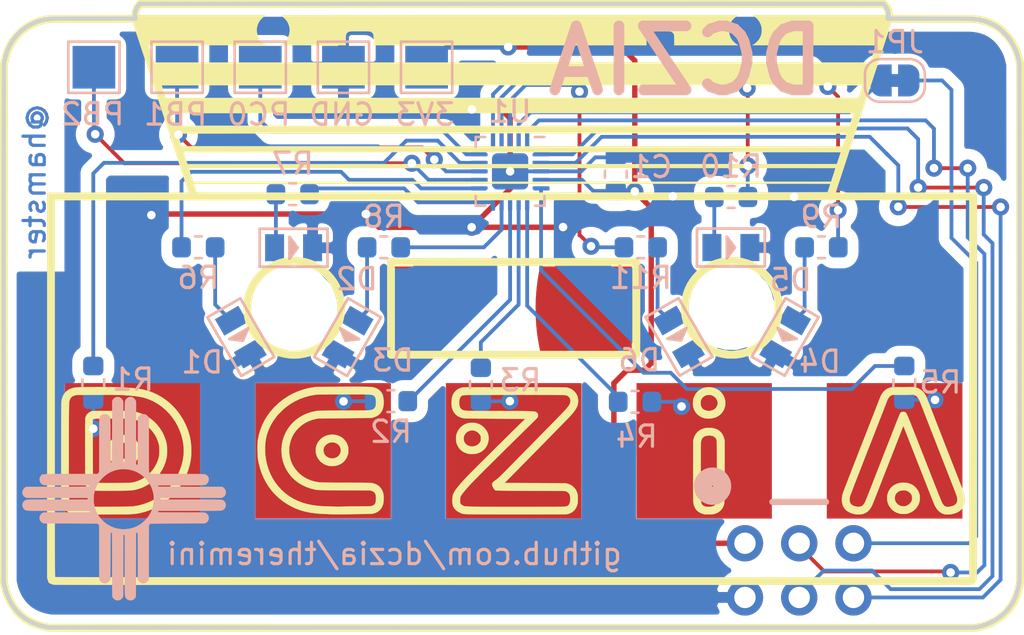
<source format=kicad_pcb>
(kicad_pcb (version 20171130) (host pcbnew "(5.1.0)-1")
  (title_block (title Theremini) (date 2019-07-24) (rev 1.0) (company DCZia) (comment 1 @hamster))
  (layers (0 F.Cu signal) (31 B.Cu signal hide) (34 B.Paste user) (35 F.Paste user) (36 B.SilkS user) (37 F.SilkS user) (38 B.Mask user) (39 F.Mask user) (44 Edge.Cuts user))
  (net 0 "")
  (net 1 GND)
  (net 2 +3V3)
  (net 3 PA4)
  (net 4 PA5)
  (net 5 PB0)
  (net 6 PB1)
  (net 7 PB2)
  (net 8 PB3)
  (net 9 "Net-(JP1-Pad1)")
  (net 10 PA0)
  (net 11 PA6)
  (net 12 PA7)
  (net 13 PA1)
  (net 14 PC3)
  (net 15 PC2)
  (net 16 PC1)
  (net 17 PC0)
  (net 18 PB4)
  (net 19 PA3)
  (net 20 PA2)
  (net 21 D_BUTTON)
  (net 22 C_BUTTON)
  (net 23 Z_BUTTON)
  (net 24 I_BUTTON)
  (net 25 A_BUTTON)
  (net 26 "Net-(D1-Pad2)")
  (net 27 "Net-(D2-Pad2)")
  (net 28 "Net-(D3-Pad2)")
  (net 29 "Net-(D4-Pad2)")
  (net 30 "Net-(D5-Pad2)")
  (net 31 "Net-(D6-Pad2)")
  (net 32 PB5)
  (module lib_fp:zia (layer B.Cu) (at 136.04 48.22)
    (fp_text reference G*** hide)
    (fp_text value LOGO hide)
  )
  (module lib_fp:silkscreen5 (layer F.Cu) (at 154.09 39.54)
    (fp_text reference G*** hide)
    (fp_text value LOGO hide)
  )
  (module Package_DFN_QFN:VQFN-20-1EP_3x3mm_P0.4mm_EP1.7x1.7mm (layer B.Cu) (at 154.13 32.86 180)
    (fp_text reference U1 (at 0 2.8 180) (layer B.SilkS) (effects (justify mirror)))
    (fp_text value ATtiny816-M)
    (pad 20 smd custom (at -0.8 1.45 180) (size 0.143431 0.143431) (layers B.Cu B.Paste B.Mask) (net 13 PA1) (options (clearance outline) (anchor circle)) (primitives (gr_poly (pts (xy -0.05 0.35) (xy 0.05 0.35) (xy 0.05 -0.35) (xy 0.000711 -0.35) (xy -0.05 -0.299289)) (width 0.1))))
    (pad 19 smd roundrect (at -0.4 1.45 180) (size 0.2 0.8) (layers B.Cu B.Paste B.Mask) (net 10 PA0))
    (pad 18 smd roundrect (at 0 1.45 180) (size 0.2 0.8) (layers B.Cu B.Paste B.Mask) (net 14 PC3))
    (pad 17 smd roundrect (at 0.4 1.45 180) (size 0.2 0.8) (layers B.Cu B.Paste B.Mask) (net 15 PC2))
    (pad 16 smd custom (at 0.8 1.45 180) (size 0.143431 0.143431) (layers B.Cu B.Paste B.Mask) (net 16 PC1) (options (clearance outline) (anchor circle)) (primitives (gr_poly (pts (xy -0.05 0.35) (xy 0.05 0.35) (xy 0.05 -0.299289) (xy -0.000711 -0.35) (xy -0.05 -0.35)) (width 0.1))))
    (pad 15 smd custom (at 1.45 0.8 180) (size 0.143431 0.143431) (layers B.Cu B.Paste B.Mask) (net 17 PC0) (options (clearance outline) (anchor circle)) (primitives (gr_poly (pts (xy -0.35 -0.000711) (xy -0.299289 0.05) (xy 0.35 0.05) (xy 0.35 -0.05) (xy -0.35 -0.05)) (width 0.1))))
    (pad 14 smd roundrect (at 1.45 0.4 180) (size 0.8 0.2) (layers B.Cu B.Paste B.Mask) (net 5 PB0))
    (pad 13 smd roundrect (at 1.45 0 180) (size 0.8 0.2) (layers B.Cu B.Paste B.Mask) (net 6 PB1))
    (pad 12 smd roundrect (at 1.45 -0.4 180) (size 0.8 0.2) (layers B.Cu B.Paste B.Mask) (net 7 PB2))
    (pad 11 smd custom (at 1.45 -0.8 180) (size 0.143431 0.143431) (layers B.Cu B.Paste B.Mask) (net 8 PB3) (options (clearance outline) (anchor circle)) (primitives (gr_poly (pts (xy -0.35 0.05) (xy 0.35 0.05) (xy 0.35 -0.05) (xy -0.299289 -0.05) (xy -0.35 0.000711)) (width 0.1))))
    (pad 10 smd custom (at 0.8 -1.45 180) (size 0.143431 0.143431) (layers B.Cu B.Paste B.Mask) (net 18 PB4) (options (clearance outline) (anchor circle)) (primitives (gr_poly (pts (xy -0.05 0.35) (xy -0.000711 0.35) (xy 0.05 0.299289) (xy 0.05 -0.35) (xy -0.05 -0.35)) (width 0.1))))
    (pad 9 smd roundrect (at 0.4 -1.45 180) (size 0.2 0.8) (layers B.Cu B.Paste B.Mask) (net 32 PB5))
    (pad 8 smd roundrect (at 0 -1.45 180) (size 0.2 0.8) (layers B.Cu B.Paste B.Mask) (net 12 PA7))
    (pad 7 smd roundrect (at -0.4 -1.45 180) (size 0.2 0.8) (layers B.Cu B.Paste B.Mask) (net 11 PA6))
    (pad 6 smd custom (at -0.8 -1.45 180) (size 0.143431 0.143431) (layers B.Cu B.Paste B.Mask) (net 4 PA5) (options (clearance outline) (anchor circle)) (primitives (gr_poly (pts (xy -0.05 0.299289) (xy 0.000711 0.35) (xy 0.05 0.35) (xy 0.05 -0.35) (xy -0.05 -0.35)) (width 0.1))))
    (pad 5 smd custom (at -1.45 -0.8 180) (size 0.143431 0.143431) (layers B.Cu B.Paste B.Mask) (net 3 PA4) (options (clearance outline) (anchor circle)) (primitives (gr_poly (pts (xy -0.35 0.05) (xy 0.35 0.05) (xy 0.35 0.000711) (xy 0.299289 -0.05) (xy -0.35 -0.05)) (width 0.1))))
    (pad 4 smd roundrect (at -1.45 -0.4 180) (size 0.8 0.2) (layers B.Cu B.Paste B.Mask) (net 2 +3V3))
    (pad 3 smd roundrect (at -1.45 0 180) (size 0.8 0.2) (layers B.Cu B.Paste B.Mask) (net 1 GND))
    (pad 2 smd roundrect (at -1.45 0.4 180) (size 0.8 0.2) (layers B.Cu B.Paste B.Mask) (net 19 PA3))
    (pad 1 smd custom (at -1.45 0.8 180) (size 0.143431 0.143431) (layers B.Cu B.Paste B.Mask) (net 20 PA2) (options (clearance outline) (anchor circle)) (primitives (gr_poly (pts (xy -0.35 0.05) (xy 0.299289 0.05) (xy 0.35 -0.000711) (xy 0.35 -0.05) (xy -0.35 -0.05)) (width 0.1))))
    (pad 21 smd roundrect (at 0 0 180) (size 1.7 1.7) (layers B.Cu B.Mask) (roundrect_rratio 0.147059) (net 1 GND))
  )
  (module TestPoint:TestPoint_Pad_2.0x2.0mm (layer B.Cu) (at 134.64 27.98)
    (fp_text reference J5 hide)
    (fp_text value PB2 (at -0.06 2.2) (layer B.SilkS) (effects (justify mirror)))
    (pad 1 smd rect (at 0 0) (size 2 2) (layers B.Cu B.Mask) (net 7 PB2))
  )
  (module TestPoint:TestPoint_Pad_2.0x2.0mm (layer B.Cu) (at 146.325 27.98)
    (fp_text reference J4 hide)
    (fp_text value GND (at -0.07 2.21) (layer B.SilkS) (effects (justify mirror)))
    (pad 1 smd rect (at 0 0) (size 2 2) (layers B.Cu B.Mask) (net 1 GND))
  )
  (module TestPoint:TestPoint_Pad_2.0x2.0mm (layer B.Cu) (at 150.22 27.98)
    (fp_text reference J3 hide)
    (fp_text value 3V3 (at -0.07 2.21) (layer B.SilkS) (effects (justify mirror)))
    (pad 1 smd rect (at 0 0) (size 2 2) (layers B.Cu B.Mask) (net 2 +3V3))
  )
  (module Resistor_SMD:R_0603_1608Metric (layer B.Cu) (at 172.59 42.77 90)
    (fp_text reference R5 (at 0.02 1.69 180) (layer B.SilkS) (effects (justify mirror)))
    (fp_text value 1k)
    (pad 2 smd roundrect (at 0.7875 0 90) (size 0.875 0.95) (layers B.Cu B.Paste B.Mask) (net 3 PA4))
    (pad 1 smd roundrect (at -0.7875 0 90) (size 0.875 0.95) (layers B.Cu B.Paste B.Mask) (net 25 A_BUTTON))
  )
  (module Resistor_SMD:R_0603_1608Metric (layer B.Cu) (at 159.98 43.66 180)
    (fp_text reference R4 (at -0.08 -1.63 180) (layer B.SilkS) (effects (justify mirror)))
    (fp_text value 1k)
    (pad 2 smd roundrect (at 0.7875 0 180) (size 0.875 0.95) (layers B.Cu B.Paste B.Mask) (net 4 PA5))
    (pad 1 smd roundrect (at -0.7875 0 180) (size 0.875 0.95) (layers B.Cu B.Paste B.Mask) (net 24 I_BUTTON))
  )
  (module Resistor_SMD:R_0603_1608Metric (layer B.Cu) (at 152.76 42.85 90)
    (fp_text reference R3 (at 0.2 1.85 180) (layer B.SilkS) (effects (justify mirror)))
    (fp_text value 1k)
    (pad 2 smd roundrect (at 0.7875 0 90) (size 0.875 0.95) (layers B.Cu B.Paste B.Mask) (net 11 PA6))
    (pad 1 smd roundrect (at -0.7875 0 90) (size 0.875 0.95) (layers B.Cu B.Paste B.Mask) (net 23 Z_BUTTON))
  )
  (module lib_fp:soldermask (layer F.Cu) (at 154.11 39.57)
    (fp_text reference G*** hide)
    (fp_text value LOGO hide)
  )
  (module lib_fp:copper (layer F.Cu) (at 154.05 39.58)
    (fp_text reference G*** hide)
    (fp_text value LOGO hide)
    (fp_poly (pts (xy 5.770321 1.73639) (xy 1.496091 1.73639) (xy 1.452181 1.511401) (xy 1.405318 1.256217) (xy 1.366792 1.011884) (xy 1.335889 0.772116) (xy 1.31189 0.530628) (xy 1.294081 0.281134) (xy 1.281744 0.017348) (xy 1.281652 0.014788) (xy 1.276714 -0.384433) (xy 1.289986 -0.789877) (xy 1.321141 -1.197529) (xy 1.369855 -1.603371) (xy 1.435801 -2.003388) (xy 1.452236 -2.088433) (xy 1.485324 -2.25519) (xy 5.770321 -2.25519) (xy 5.770321 1.73639)) (layer F.Cu) (width 0.01))
    (fp_poly (pts (xy -3.752817 -2.162547) (xy -3.665962 -1.844501) (xy -3.595991 -1.515713) (xy -3.543034 -1.178387) (xy -3.507217 -0.834726) (xy -3.488668 -0.486934) (xy -3.487515 -0.137216) (xy -3.503886 0.212226) (xy -3.537908 0.559187) (xy -3.578821 0.838836) (xy -3.594535 0.925333) (xy -3.614175 1.022927) (xy -3.636789 1.127663) (xy -3.661427 1.235588) (xy -3.687139 1.342747) (xy -3.712973 1.445185) (xy -3.737979 1.538947) (xy -3.761207 1.620079) (xy -3.781705 1.684625) (xy -3.783126 1.688745) (xy -3.797836 1.731096) (xy -4.582912 1.733811) (xy -5.367987 1.736526) (xy -5.367987 -2.25519) (xy -3.781107 -2.25519) (xy -3.752817 -2.162547)) (layer F.Cu) (width 0.01))
    (fp_poly (pts (xy 21.260191 9.550146) (xy 14.918132 9.550146) (xy 14.918132 3.208087) (xy 21.260191 3.208087) (xy 21.260191 9.550146)) (layer F.Cu) (width 0.01))
    (fp_poly (pts (xy 12.334722 9.550146) (xy 6.003251 9.550146) (xy 6.003251 3.208087) (xy 12.334722 3.208087) (xy 12.334722 9.550146)) (layer F.Cu) (width 0.01))
    (fp_poly (pts (xy 3.419841 9.550146) (xy -2.922218 9.550146) (xy -2.922218 3.208087) (xy 3.419841 3.208087) (xy 3.419841 9.550146)) (layer F.Cu) (width 0.01))
    (fp_poly (pts (xy -5.505628 9.550146) (xy -11.847687 9.550146) (xy -11.847687 3.208087) (xy -5.505628 3.208087) (xy -5.505628 9.550146)) (layer F.Cu) (width 0.01))
    (fp_poly (pts (xy -14.431097 9.550146) (xy -20.762568 9.550146) (xy -20.762568 3.208087) (xy -14.431097 3.208087) (xy -14.431097 9.550146)) (layer F.Cu) (width 0.01))
  )
  (module lib_fp:Badgelife-Shitty-v1.69bis (layer F.Cu) (at 167.67 51.56)
    (fp_text reference X1 hide)
    (fp_text value Badgelife_sao_connector_v169bis hide)
    (pad 5 thru_hole circle (at 2.54 -1.27) (size 1.7 1.7) (drill 1) (layers *.Cu *.Mask) (net 9 "Net-(JP1-Pad1)"))
    (pad 6 thru_hole oval (at 2.54 1.27) (size 1.7 1.7) (drill 1) (layers *.Cu *.Mask) (net 19 PA3))
    (pad 3 thru_hole circle (at 0 -1.27) (size 1.7 1.7) (drill 1) (layers *.Cu *.Mask) (net 13 PA1))
    (pad 4 thru_hole oval (at 0 1.27) (size 1.7 1.7) (drill 1) (layers *.Cu *.Mask) (net 20 PA2))
    (pad 1 thru_hole oval (at -2.54 -1.27) (size 1.7 1.7) (drill 1) (layers *.Cu *.Mask) (net 2 +3V3))
    (pad 2 thru_hole oval (at -2.54 1.27) (size 1.7 1.7) (drill 1) (layers *.Cu *.Mask) (net 1 GND))
  )
  (module Resistor_SMD:R_0603_1608Metric (layer B.Cu) (at 160.25 36.42)
    (fp_text reference R11 (at 0 1.43) (layer B.SilkS) (effects (justify mirror)))
    (fp_text value 33R)
    (pad 2 smd roundrect (at 0.7875 0) (size 0.875 0.95) (layers B.Cu B.Paste B.Mask) (net 31 "Net-(D6-Pad2)"))
    (pad 1 smd roundrect (at -0.7875 0) (size 0.875 0.95) (layers B.Cu B.Paste B.Mask) (net 14 PC3))
  )
  (module Resistor_SMD:R_0603_1608Metric (layer B.Cu) (at 164.48 34.06 180)
    (fp_text reference R10 (at 0 1.43 180) (layer B.SilkS) (effects (justify mirror)))
    (fp_text value 33R)
    (pad 2 smd roundrect (at 0.7875 0 180) (size 0.875 0.95) (layers B.Cu B.Paste B.Mask) (net 30 "Net-(D5-Pad2)"))
    (pad 1 smd roundrect (at -0.7875 0 180) (size 0.875 0.95) (layers B.Cu B.Paste B.Mask) (net 15 PC2))
  )
  (module Resistor_SMD:R_0603_1608Metric (layer B.Cu) (at 168.71 36.42 180)
    (fp_text reference R9 (at 0 1.43 180) (layer B.SilkS) (effects (justify mirror)))
    (fp_text value 33R)
    (pad 2 smd roundrect (at 0.7875 0 180) (size 0.875 0.95) (layers B.Cu B.Paste B.Mask) (net 29 "Net-(D4-Pad2)"))
    (pad 1 smd roundrect (at -0.7875 0 180) (size 0.875 0.95) (layers B.Cu B.Paste B.Mask) (net 16 PC1))
  )
  (module Resistor_SMD:R_0603_1608Metric (layer B.Cu) (at 148.22 36.42 180)
    (fp_text reference R8 (at 0 1.43 180) (layer B.SilkS) (effects (justify mirror)))
    (fp_text value 33R)
    (pad 2 smd roundrect (at 0.7875 0 180) (size 0.875 0.95) (layers B.Cu B.Paste B.Mask) (net 28 "Net-(D3-Pad2)"))
    (pad 1 smd roundrect (at -0.7875 0 180) (size 0.875 0.95) (layers B.Cu B.Paste B.Mask) (net 32 PB5))
  )
  (module Resistor_SMD:R_0603_1608Metric (layer B.Cu) (at 143.95 33.93 180)
    (fp_text reference R7 (at 0 1.43 180) (layer B.SilkS) (effects (justify mirror)))
    (fp_text value 33R)
    (pad 2 smd roundrect (at 0.7875 0 180) (size 0.875 0.95) (layers B.Cu B.Paste B.Mask) (net 27 "Net-(D2-Pad2)"))
    (pad 1 smd roundrect (at -0.7875 0 180) (size 0.875 0.95) (layers B.Cu B.Paste B.Mask) (net 18 PB4))
  )
  (module Resistor_SMD:R_0603_1608Metric (layer B.Cu) (at 139.53 36.42)
    (fp_text reference R6 (at 0 1.43) (layer B.SilkS) (effects (justify mirror)))
    (fp_text value 33R)
    (pad 2 smd roundrect (at 0.7875 0) (size 0.875 0.95) (layers B.Cu B.Paste B.Mask) (net 26 "Net-(D1-Pad2)"))
    (pad 1 smd roundrect (at -0.7875 0) (size 0.875 0.95) (layers B.Cu B.Paste B.Mask) (net 8 PB3))
  )
  (module Resistor_SMD:R_0603_1608Metric (layer B.Cu) (at 148.55 43.63)
    (fp_text reference R2 (at 0 1.43) (layer B.SilkS) (effects (justify mirror)))
    (fp_text value 1k)
    (pad 2 smd roundrect (at 0.7875 0) (size 0.875 0.95) (layers B.Cu B.Paste B.Mask) (net 12 PA7))
    (pad 1 smd roundrect (at -0.7875 0) (size 0.875 0.95) (layers B.Cu B.Paste B.Mask) (net 22 C_BUTTON))
  )
  (module Resistor_SMD:R_0603_1608Metric (layer B.Cu) (at 134.61 42.77 90)
    (fp_text reference R1 (at 0.15 1.86 180) (layer B.SilkS) (effects (justify mirror)))
    (fp_text value 1k)
    (pad 2 smd roundrect (at 0.7875 0 90) (size 0.875 0.95) (layers B.Cu B.Paste B.Mask) (net 5 PB0))
    (pad 1 smd roundrect (at -0.7875 0 90) (size 0.875 0.95) (layers B.Cu B.Paste B.Mask) (net 21 D_BUTTON))
  )
  (module Jumper:SolderJumper-2_P1.3mm_Bridged_RoundedPad1.0x1.5mm (layer B.Cu) (at 172.15 28.6 180)
    (fp_text reference JP1 (at 0 1.8 180) (layer B.SilkS) (effects (justify mirror)))
    (fp_text value SolderJumper_2_Bridged hide)
    (fp_poly (pts (xy 0.25 0.3) (xy -0.25 0.3) (xy -0.25 -0.3) (xy 0.25 -0.3)) (layer B.Cu) (width 0))
    (pad 1 smd custom (at -0.65 0 180) (size 1 0.5) (layers B.Cu B.Mask) (net 9 "Net-(JP1-Pad1)") (options (clearance outline) (anchor rect)) (primitives (gr_circle (center 0 -0.25) (end 0.5 -0.25) (width 0)) (gr_circle (center 0 0.25) (end 0.5 0.25) (width 0)) (gr_poly (pts (xy 0 0.75) (xy 0.5 0.75) (xy 0.5 -0.75) (xy 0 -0.75)) (width 0))))
    (pad 2 smd custom (at 0.65 0 180) (size 1 0.5) (layers B.Cu B.Mask) (net 10 PA0) (options (clearance outline) (anchor rect)) (primitives (gr_circle (center 0 -0.25) (end 0.5 -0.25) (width 0)) (gr_circle (center 0 0.25) (end 0.5 0.25) (width 0)) (gr_poly (pts (xy 0 0.75) (xy -0.5 0.75) (xy -0.5 -0.75) (xy 0 -0.75)) (width 0))))
  )
  (module TestPoint:TestPoint_Pad_2.0x2.0mm (layer B.Cu) (at 142.43 27.98)
    (fp_text reference J2 hide)
    (fp_text value PC0 (at -0.07 2.21) (layer B.SilkS) (effects (justify mirror)))
    (pad 1 smd rect (at 0 0) (size 2 2) (layers B.Cu B.Mask) (net 17 PC0))
  )
  (module TestPoint:TestPoint_Pad_2.0x2.0mm (layer B.Cu) (at 138.535 27.98)
    (fp_text reference J1 hide)
    (fp_text value PB1 (at -0.07 2.21) (layer B.SilkS) (effects (justify mirror)))
    (pad 1 smd rect (at 0 0) (size 2 2) (layers B.Cu B.Mask) (net 6 PB1))
  )
  (module lib_fp:LED-0805 (layer B.Cu) (at 162.04 40.62 300)
    (fp_text reference D6 (at 0.013968 2.155807 180) (layer B.SilkS) (effects (justify mirror)))
    (fp_text value LED)
    (pad 2 smd rect (at -0.889 0 300) (size 0.889 1.27) (layers B.Cu B.Paste B.Mask) (net 31 "Net-(D6-Pad2)"))
    (pad 1 smd rect (at 0.889 0 300) (size 0.889 1.27) (layers B.Cu B.Paste B.Mask) (net 1 GND))
  )
  (module lib_fp:LED-0805 (layer B.Cu) (at 164.47 36.43)
    (fp_text reference D5 (at 2.8 1.52) (layer B.SilkS) (effects (justify mirror)))
    (fp_text value LED)
    (pad 2 smd rect (at -0.889 0) (size 0.889 1.27) (layers B.Cu B.Paste B.Mask) (net 30 "Net-(D5-Pad2)"))
    (pad 1 smd rect (at 0.889 0) (size 0.889 1.27) (layers B.Cu B.Paste B.Mask) (net 1 GND))
  )
  (module lib_fp:LED-0805 (layer B.Cu) (at 167.01 40.62 240)
    (fp_text reference D4 (at 0.189589 -1.991621) (layer B.SilkS) (effects (justify mirror)))
    (fp_text value LED)
    (pad 2 smd rect (at -0.889 0 240) (size 0.889 1.27) (layers B.Cu B.Paste B.Mask) (net 29 "Net-(D4-Pad2)"))
    (pad 1 smd rect (at 0.889 0 240) (size 0.889 1.27) (layers B.Cu B.Paste B.Mask) (net 1 GND))
  )
  (module lib_fp:LED-0805 (layer B.Cu) (at 146.52 40.63 240)
    (fp_text reference D3 (at -0.111032 -2.372314) (layer B.SilkS) (effects (justify mirror)))
    (fp_text value LED)
    (pad 2 smd rect (at -0.889 0 240) (size 0.889 1.27) (layers B.Cu B.Paste B.Mask) (net 28 "Net-(D3-Pad2)"))
    (pad 1 smd rect (at 0.889 0 240) (size 0.889 1.27) (layers B.Cu B.Paste B.Mask) (net 1 GND))
  )
  (module lib_fp:LED-0805 (layer B.Cu) (at 143.99 36.44)
    (fp_text reference D2 (at 2.96 1.47) (layer B.SilkS) (effects (justify mirror)))
    (fp_text value LED)
    (pad 2 smd rect (at -0.889 0) (size 0.889 1.27) (layers B.Cu B.Paste B.Mask) (net 27 "Net-(D2-Pad2)"))
    (pad 1 smd rect (at 0.889 0) (size 0.889 1.27) (layers B.Cu B.Paste B.Mask) (net 1 GND))
  )
  (module lib_fp:LED-0805 (layer B.Cu) (at 141.52 40.63 300)
    (fp_text reference D1 (at 0.11691 2.157506 180) (layer B.SilkS) (effects (justify mirror)))
    (fp_text value LED)
    (pad 2 smd rect (at -0.889 0 300) (size 0.889 1.27) (layers B.Cu B.Paste B.Mask) (net 26 "Net-(D1-Pad2)"))
    (pad 1 smd rect (at 0.889 0 300) (size 0.889 1.27) (layers B.Cu B.Paste B.Mask) (net 1 GND))
  )
  (module Capacitor_SMD:C_0603_1608Metric (layer B.Cu) (at 159.08 32.99 90)
    (fp_text reference C1 (at 0.34 1.67 180) (layer B.SilkS) (effects (justify mirror)))
    (fp_text value C)
    (pad 2 smd roundrect (at 0.7875 0 90) (size 0.875 0.95) (layers B.Cu B.Paste B.Mask) (net 1 GND))
    (pad 1 smd roundrect (at -0.7875 0 90) (size 0.875 0.95) (layers B.Cu B.Paste B.Mask) (net 2 +3V3))
  )
  (gr_text @hamster (at 131.86 33.33 90) (layer B.Cu) (effects (font (size 1 1)) (justify mirror)))
  (gr_text github.com/dczia/theremini (at 148.71 50.79) (layer B.SilkS) (effects (font (size 1 1)) (justify mirror)))
  (gr_text DCZIA (at 162.37 27.68) (layer B.SilkS) (effects (font (size 3 3) (thickness 0.5)) (justify mirror)))
  (gr_line (start 130.429177 27.749753) (end 130.411331 33.175685) (layer Edge.Cuts) (width 0.2))
  (gr_line (start 177.98207 33.174027) (end 177.976063 27.801013) (layer Edge.Cuts) (width 0.2))
  (gr_line (start 171.824561 25.38344) (end 171.8208 25.366891) (layer Edge.Cuts) (width 0.2))
  (gr_line (start 171.838644 25.52372) (end 171.838646 25.521953) (layer Edge.Cuts) (width 0.2))
  (gr_line (start 171.80125 25.301424) (end 171.795229 25.28524) (layer Edge.Cuts) (width 0.2))
  (gr_line (start 171.8208 25.366891) (end 171.81659 25.350415) (layer Edge.Cuts) (width 0.2))
  (gr_line (start 171.835141 25.45036) (end 171.833162 25.433521) (layer Edge.Cuts) (width 0.2))
  (gr_line (start 171.788752 25.269127) (end 171.781816 25.253088) (layer Edge.Cuts) (width 0.2))
  (gr_line (start 171.836677 25.467272) (end 171.835141 25.45036) (layer Edge.Cuts) (width 0.2))
  (gr_line (start 166.166577 25.006352) (end 165.078405 25.006352) (layer Edge.Cuts) (width 0.2))
  (gr_line (start 149.844004 25.006352) (end 148.755833 25.006352) (layer Edge.Cuts) (width 0.2))
  (gr_line (start 160.725719 25.006352) (end 159.637547 25.006352) (layer Edge.Cuts) (width 0.2))
  (gr_line (start 171.830741 25.416754) (end 171.827874 25.400061) (layer Edge.Cuts) (width 0.2))
  (gr_line (start 171.827874 25.400061) (end 171.824561 25.38344) (layer Edge.Cuts) (width 0.2))
  (gr_line (start 171.674911 25.081456) (end 171.662372 25.06629) (layer Edge.Cuts) (width 0.2))
  (gr_line (start 171.838647 25.520194) (end 171.838647 25.518444) (layer Edge.Cuts) (width 0.2))
  (gr_line (start 171.662372 25.06629) (end 171.649356 25.051196) (layer Edge.Cuts) (width 0.2))
  (gr_line (start 171.766567 25.221227) (end 171.75825 25.205406) (layer Edge.Cuts) (width 0.2))
  (gr_line (start 171.811929 25.334012) (end 171.806816 25.317682) (layer Edge.Cuts) (width 0.2))
  (gr_line (start 167.254749 25.006352) (end 166.166577 25.006352) (layer Edge.Cuts) (width 0.2))
  (gr_line (start 169.431093 25.006352) (end 168.342921 25.006352) (layer Edge.Cuts) (width 0.2))
  (gr_line (start 171.607438 25.006352) (end 170.519266 25.006352) (layer Edge.Cuts) (width 0.2))
  (gr_line (start 171.635863 25.036175) (end 171.621891 25.021227) (layer Edge.Cuts) (width 0.2))
  (gr_line (start 171.833162 25.433521) (end 171.830741 25.416754) (layer Edge.Cuts) (width 0.2))
  (gr_line (start 171.686975 25.096695) (end 171.674911 25.081456) (layer Edge.Cuts) (width 0.2))
  (gr_line (start 150.932176 25.006352) (end 149.844004 25.006352) (layer Edge.Cuts) (width 0.2))
  (gr_line (start 171.838647 25.518444) (end 171.838429 25.501314) (layer Edge.Cuts) (width 0.2))
  (gr_line (start 171.838641 25.525495) (end 171.838644 25.52372) (layer Edge.Cuts) (width 0.2))
  (gr_line (start 157.461204 25.006352) (end 156.373033 25.006352) (layer Edge.Cuts) (width 0.2))
  (gr_line (start 163.990234 25.006352) (end 162.902062 25.006352) (layer Edge.Cuts) (width 0.2))
  (gr_line (start 171.74947 25.189658) (end 171.740224 25.173982) (layer Edge.Cuts) (width 0.2))
  (gr_line (start 171.806816 25.317682) (end 171.80125 25.301424) (layer Edge.Cuts) (width 0.2))
  (gr_line (start 171.837772 25.484257) (end 171.836677 25.467272) (layer Edge.Cuts) (width 0.2))
  (gr_line (start 171.774422 25.237121) (end 171.766567 25.221227) (layer Edge.Cuts) (width 0.2))
  (gr_line (start 153.108518 25.006352) (end 152.020347 25.006352) (layer Edge.Cuts) (width 0.2))
  (gr_line (start 171.730513 25.158379) (end 171.720333 25.142849) (layer Edge.Cuts) (width 0.2))
  (gr_line (start 152.020347 25.006352) (end 150.932176 25.006352) (layer Edge.Cuts) (width 0.2))
  (gr_line (start 155.284861 25.006352) (end 154.19669 25.006352) (layer Edge.Cuts) (width 0.2))
  (gr_line (start 159.637547 25.006352) (end 158.549376 25.006352) (layer Edge.Cuts) (width 0.2))
  (gr_line (start 171.838429 25.501314) (end 171.837772 25.484257) (layer Edge.Cuts) (width 0.2))
  (gr_line (start 171.781816 25.253088) (end 171.774422 25.237121) (layer Edge.Cuts) (width 0.2))
  (gr_line (start 171.720333 25.142849) (end 171.709685 25.127392) (layer Edge.Cuts) (width 0.2))
  (gr_line (start 171.795229 25.28524) (end 171.788752 25.269127) (layer Edge.Cuts) (width 0.2))
  (gr_line (start 165.078405 25.006352) (end 163.990234 25.006352) (layer Edge.Cuts) (width 0.2))
  (gr_line (start 171.838646 25.521953) (end 171.838647 25.520194) (layer Edge.Cuts) (width 0.2))
  (gr_line (start 171.740224 25.173982) (end 171.730513 25.158379) (layer Edge.Cuts) (width 0.2))
  (gr_line (start 158.549376 25.006352) (end 157.461204 25.006352) (layer Edge.Cuts) (width 0.2))
  (gr_line (start 171.698566 25.112007) (end 171.686975 25.096695) (layer Edge.Cuts) (width 0.2))
  (gr_line (start 168.342921 25.006352) (end 167.254749 25.006352) (layer Edge.Cuts) (width 0.2))
  (gr_line (start 154.19669 25.006352) (end 153.108518 25.006352) (layer Edge.Cuts) (width 0.2))
  (gr_line (start 170.519266 25.006352) (end 169.431093 25.006352) (layer Edge.Cuts) (width 0.2))
  (gr_line (start 156.373033 25.006352) (end 155.284861 25.006352) (layer Edge.Cuts) (width 0.2))
  (gr_line (start 161.81389 25.006352) (end 160.725719 25.006352) (layer Edge.Cuts) (width 0.2))
  (gr_line (start 162.902062 25.006352) (end 161.81389 25.006352) (layer Edge.Cuts) (width 0.2))
  (gr_line (start 171.621891 25.021227) (end 171.607438 25.006352) (layer Edge.Cuts) (width 0.2))
  (gr_line (start 171.649356 25.051196) (end 171.635863 25.036175) (layer Edge.Cuts) (width 0.2))
  (gr_line (start 171.81659 25.350415) (end 171.811929 25.334012) (layer Edge.Cuts) (width 0.2))
  (gr_line (start 171.75825 25.205406) (end 171.74947 25.189658) (layer Edge.Cuts) (width 0.2))
  (gr_line (start 171.709685 25.127392) (end 171.698566 25.112007) (layer Edge.Cuts) (width 0.2))
  (gr_line (start 171.835546 25.575848) (end 171.835828 25.574099) (layer Edge.Cuts) (width 0.2))
  (gr_line (start 171.832476 25.609898) (end 171.832708 25.608589) (layer Edge.Cuts) (width 0.2))
  (gr_line (start 171.838552 25.536264) (end 171.838578 25.534457) (layer Edge.Cuts) (width 0.2))
  (gr_line (start 171.837339 25.561649) (end 171.837496 25.559848) (layer Edge.Cuts) (width 0.2))
  (gr_line (start 171.834997 25.590258) (end 171.835092 25.588948) (layer Edge.Cuts) (width 0.2))
  (gr_line (start 171.838635 25.527276) (end 171.838641 25.525495) (layer Edge.Cuts) (width 0.2))
  (gr_line (start 171.838578 25.534457) (end 171.838599 25.532655) (layer Edge.Cuts) (width 0.2))
  (gr_line (start 171.837639 25.558042) (end 171.837771 25.556233) (layer Edge.Cuts) (width 0.2))
  (gr_line (start 171.834384 25.596806) (end 171.834525 25.595497) (layer Edge.Cuts) (width 0.2))
  (gr_line (start 171.838627 25.529063) (end 171.838635 25.527276) (layer Edge.Cuts) (width 0.2))
  (gr_line (start 171.838615 25.530856) (end 171.838627 25.529063) (layer Edge.Cuts) (width 0.2))
  (gr_line (start 171.838599 25.532655) (end 171.838615 25.530856) (layer Edge.Cuts) (width 0.2))
  (gr_line (start 171.838387 25.543518) (end 171.838439 25.541701) (layer Edge.Cuts) (width 0.2))
  (gr_line (start 171.83373 25.602044) (end 171.833907 25.600735) (layer Edge.Cuts) (width 0.2))
  (gr_line (start 171.838439 25.541701) (end 171.838484 25.539886) (layer Edge.Cuts) (width 0.2))
  (gr_line (start 171.835542 25.577158) (end 171.835546 25.575848) (layer Edge.Cuts) (width 0.2))
  (gr_line (start 171.835528 25.578468) (end 171.835542 25.577158) (layer Edge.Cuts) (width 0.2))
  (gr_line (start 171.831459 25.615132) (end 171.831727 25.613824) (layer Edge.Cuts) (width 0.2))
  (gr_line (start 171.835383 25.583708) (end 171.835433 25.582398) (layer Edge.Cuts) (width 0.2))
  (gr_line (start 171.834525 25.595497) (end 171.834656 25.594187) (layer Edge.Cuts) (width 0.2))
  (gr_line (start 171.831727 25.613824) (end 171.831986 25.612516) (layer Edge.Cuts) (width 0.2))
  (gr_line (start 171.835256 25.586328) (end 171.835324 25.585018) (layer Edge.Cuts) (width 0.2))
  (gr_line (start 171.836339 25.570577) (end 171.83657 25.568804) (layer Edge.Cuts) (width 0.2))
  (gr_line (start 171.835179 25.587638) (end 171.835256 25.586328) (layer Edge.Cuts) (width 0.2))
  (gr_line (start 171.833543 25.603353) (end 171.83373 25.602044) (layer Edge.Cuts) (width 0.2))
  (gr_line (start 171.833144 25.605972) (end 171.833348 25.604662) (layer Edge.Cuts) (width 0.2))
  (gr_line (start 171.832708 25.608589) (end 171.83293 25.607281) (layer Edge.Cuts) (width 0.2))
  (gr_line (start 171.832235 25.611207) (end 171.832476 25.609898) (layer Edge.Cuts) (width 0.2))
  (gr_line (start 171.831182 25.616441) (end 171.831459 25.615132) (layer Edge.Cuts) (width 0.2))
  (gr_line (start 171.838521 25.538074) (end 171.838552 25.536264) (layer Edge.Cuts) (width 0.2))
  (gr_line (start 171.838484 25.539886) (end 171.838521 25.538074) (layer Edge.Cuts) (width 0.2))
  (gr_line (start 171.838328 25.545336) (end 171.838387 25.543518) (layer Edge.Cuts) (width 0.2))
  (gr_line (start 171.838259 25.547154) (end 171.838328 25.545336) (layer Edge.Cuts) (width 0.2))
  (gr_line (start 171.838182 25.548972) (end 171.838259 25.547154) (layer Edge.Cuts) (width 0.2))
  (gr_line (start 171.838095 25.55079) (end 171.838182 25.548972) (layer Edge.Cuts) (width 0.2))
  (gr_line (start 171.83657 25.568804) (end 171.836785 25.567024) (layer Edge.Cuts) (width 0.2))
  (gr_line (start 171.834075 25.599425) (end 171.834234 25.598116) (layer Edge.Cuts) (width 0.2))
  (gr_line (start 171.830247 25.62241) (end 171.830421 25.621244) (layer Edge.Cuts) (width 0.2))
  (gr_line (start 171.837998 25.552606) (end 171.838095 25.55079) (layer Edge.Cuts) (width 0.2))
  (gr_line (start 171.836984 25.565238) (end 171.837169 25.563446) (layer Edge.Cuts) (width 0.2))
  (gr_line (start 171.83789 25.55442) (end 171.837998 25.552606) (layer Edge.Cuts) (width 0.2))
  (gr_line (start 171.830421 25.621244) (end 171.830587 25.620078) (layer Edge.Cuts) (width 0.2))
  (gr_line (start 171.834892 25.591568) (end 171.834997 25.590258) (layer Edge.Cuts) (width 0.2))
  (gr_line (start 171.837771 25.556233) (end 171.83789 25.55442) (layer Edge.Cuts) (width 0.2))
  (gr_line (start 171.836785 25.567024) (end 171.836984 25.565238) (layer Edge.Cuts) (width 0.2))
  (gr_line (start 171.830587 25.620078) (end 171.830746 25.618913) (layer Edge.Cuts) (width 0.2))
  (gr_line (start 171.837496 25.559848) (end 171.837639 25.558042) (layer Edge.Cuts) (width 0.2))
  (gr_line (start 171.837169 25.563446) (end 171.837339 25.561649) (layer Edge.Cuts) (width 0.2))
  (gr_line (start 171.836092 25.572342) (end 171.836339 25.570577) (layer Edge.Cuts) (width 0.2))
  (gr_line (start 171.835506 25.579778) (end 171.835528 25.578468) (layer Edge.Cuts) (width 0.2))
  (gr_line (start 171.835324 25.585018) (end 171.835383 25.583708) (layer Edge.Cuts) (width 0.2))
  (gr_line (start 171.835474 25.581088) (end 171.835506 25.579778) (layer Edge.Cuts) (width 0.2))
  (gr_line (start 171.834656 25.594187) (end 171.834779 25.592877) (layer Edge.Cuts) (width 0.2))
  (gr_line (start 171.830896 25.617749) (end 171.831182 25.616441) (layer Edge.Cuts) (width 0.2))
  (gr_line (start 171.833907 25.600735) (end 171.834075 25.599425) (layer Edge.Cuts) (width 0.2))
  (gr_line (start 171.835828 25.574099) (end 171.836092 25.572342) (layer Edge.Cuts) (width 0.2))
  (gr_line (start 171.835092 25.588948) (end 171.835179 25.587638) (layer Edge.Cuts) (width 0.2))
  (gr_line (start 171.833348 25.604662) (end 171.833543 25.603353) (layer Edge.Cuts) (width 0.2))
  (gr_line (start 171.835433 25.582398) (end 171.835474 25.581088) (layer Edge.Cuts) (width 0.2))
  (gr_line (start 171.834779 25.592877) (end 171.834892 25.591568) (layer Edge.Cuts) (width 0.2))
  (gr_line (start 171.83293 25.607281) (end 171.833144 25.605972) (layer Edge.Cuts) (width 0.2))
  (gr_line (start 171.834234 25.598116) (end 171.834384 25.596806) (layer Edge.Cuts) (width 0.2))
  (gr_line (start 171.831986 25.612516) (end 171.832235 25.611207) (layer Edge.Cuts) (width 0.2))
  (gr_line (start 171.830746 25.618913) (end 171.830896 25.617749) (layer Edge.Cuts) (width 0.2))
  (gr_line (start 148.755833 25.006352) (end 147.667661 25.006352) (layer Edge.Cuts) (width 0.2))
  (gr_line (start 140.050458 25.006352) (end 138.962286 25.006352) (layer Edge.Cuts) (width 0.2))
  (gr_line (start 136.754322 25.040398) (end 136.750944 25.044181) (layer Edge.Cuts) (width 0.2))
  (gr_line (start 136.771617 25.021483) (end 136.768103 25.025266) (layer Edge.Cuts) (width 0.2))
  (gr_line (start 147.667661 25.006352) (end 146.579489 25.006352) (layer Edge.Cuts) (width 0.2))
  (gr_line (start 136.734465 25.063095) (end 136.731251 25.066878) (layer Edge.Cuts) (width 0.2))
  (gr_line (start 136.775157 25.017701) (end 136.771617 25.021483) (layer Edge.Cuts) (width 0.2))
  (gr_line (start 146.579489 25.006352) (end 145.491318 25.006352) (layer Edge.Cuts) (width 0.2))
  (gr_line (start 136.662311 25.159811) (end 136.660271 25.163091) (layer Edge.Cuts) (width 0.2))
  (gr_line (start 136.64845 25.182887) (end 136.646557 25.186203) (layer Edge.Cuts) (width 0.2))
  (gr_line (start 136.660271 25.163091) (end 136.65825 25.166377) (layer Edge.Cuts) (width 0.2))
  (gr_line (start 136.764617 25.029049) (end 136.761158 25.032832) (layer Edge.Cuts) (width 0.2))
  (gr_line (start 136.761158 25.032832) (end 136.757726 25.036615) (layer Edge.Cuts) (width 0.2))
  (gr_line (start 136.670638 25.146756) (end 136.668533 25.150009) (layer Edge.Cuts) (width 0.2))
  (gr_line (start 137.874114 25.006352) (end 136.785942 25.006352) (layer Edge.Cuts) (width 0.2))
  (gr_line (start 136.672757 25.143511) (end 136.670638 25.146756) (layer Edge.Cuts) (width 0.2))
  (gr_line (start 136.694809 25.112272) (end 136.69195 25.116055) (layer Edge.Cuts) (width 0.2))
  (gr_line (start 136.724904 25.074444) (end 136.721772 25.078227) (layer Edge.Cuts) (width 0.2))
  (gr_line (start 136.747594 25.047964) (end 136.744271 25.051746) (layer Edge.Cuts) (width 0.2))
  (gr_line (start 136.715589 25.085792) (end 136.712539 25.089575) (layer Edge.Cuts) (width 0.2))
  (gr_line (start 136.69195 25.116055) (end 136.689118 25.119838) (layer Edge.Cuts) (width 0.2))
  (gr_line (start 136.677035 25.137043) (end 136.674889 25.140273) (layer Edge.Cuts) (width 0.2))
  (gr_line (start 136.718667 25.082009) (end 136.715589 25.085792) (layer Edge.Cuts) (width 0.2))
  (gr_line (start 136.681359 25.130608) (end 136.679191 25.133821) (layer Edge.Cuts) (width 0.2))
  (gr_line (start 136.768103 25.025266) (end 136.764617 25.029049) (layer Edge.Cuts) (width 0.2))
  (gr_line (start 136.686313 25.123621) (end 136.683536 25.127404) (layer Edge.Cuts) (width 0.2))
  (gr_line (start 136.697696 25.10849) (end 136.694809 25.112272) (layer Edge.Cuts) (width 0.2))
  (gr_line (start 136.785942 25.006352) (end 136.78232 25.010135) (layer Edge.Cuts) (width 0.2))
  (gr_line (start 141.13863 25.006352) (end 140.050458 25.006352) (layer Edge.Cuts) (width 0.2))
  (gr_line (start 143.314974 25.006352) (end 142.226802 25.006352) (layer Edge.Cuts) (width 0.2))
  (gr_line (start 136.642846 25.192847) (end 136.641029 25.196174) (layer Edge.Cuts) (width 0.2))
  (gr_line (start 136.709515 25.093358) (end 136.706519 25.097141) (layer Edge.Cuts) (width 0.2))
  (gr_line (start 136.744271 25.051746) (end 136.740975 25.055529) (layer Edge.Cuts) (width 0.2))
  (gr_line (start 136.778725 25.013918) (end 136.775157 25.017701) (layer Edge.Cuts) (width 0.2))
  (gr_line (start 136.728064 25.070661) (end 136.724904 25.074444) (layer Edge.Cuts) (width 0.2))
  (gr_line (start 142.226802 25.006352) (end 141.13863 25.006352) (layer Edge.Cuts) (width 0.2))
  (gr_line (start 136.644689 25.189523) (end 136.642846 25.192847) (layer Edge.Cuts) (width 0.2))
  (gr_line (start 136.666443 25.15327) (end 136.664368 25.156537) (layer Edge.Cuts) (width 0.2))
  (gr_line (start 136.646557 25.186203) (end 136.644689 25.189523) (layer Edge.Cuts) (width 0.2))
  (gr_line (start 136.654266 25.172966) (end 136.652305 25.176268) (layer Edge.Cuts) (width 0.2))
  (gr_line (start 136.712539 25.089575) (end 136.709515 25.093358) (layer Edge.Cuts) (width 0.2))
  (gr_line (start 136.731251 25.066878) (end 136.728064 25.070661) (layer Edge.Cuts) (width 0.2))
  (gr_line (start 136.78232 25.010135) (end 136.778725 25.013918) (layer Edge.Cuts) (width 0.2))
  (gr_line (start 144.403146 25.006352) (end 143.314974 25.006352) (layer Edge.Cuts) (width 0.2))
  (gr_line (start 136.706519 25.097141) (end 136.703551 25.100924) (layer Edge.Cuts) (width 0.2))
  (gr_line (start 136.737706 25.059312) (end 136.734465 25.063095) (layer Edge.Cuts) (width 0.2))
  (gr_line (start 136.650366 25.179576) (end 136.64845 25.182887) (layer Edge.Cuts) (width 0.2))
  (gr_line (start 138.962286 25.006352) (end 137.874114 25.006352) (layer Edge.Cuts) (width 0.2))
  (gr_line (start 136.652305 25.176268) (end 136.650366 25.179576) (layer Edge.Cuts) (width 0.2))
  (gr_line (start 136.656248 25.169669) (end 136.654266 25.172966) (layer Edge.Cuts) (width 0.2))
  (gr_line (start 145.491318 25.006352) (end 144.403146 25.006352) (layer Edge.Cuts) (width 0.2))
  (gr_line (start 136.65825 25.166377) (end 136.656248 25.169669) (layer Edge.Cuts) (width 0.2))
  (gr_line (start 136.664368 25.156537) (end 136.662311 25.159811) (layer Edge.Cuts) (width 0.2))
  (gr_line (start 136.70061 25.104707) (end 136.697696 25.10849) (layer Edge.Cuts) (width 0.2))
  (gr_line (start 136.668533 25.150009) (end 136.666443 25.15327) (layer Edge.Cuts) (width 0.2))
  (gr_line (start 136.674889 25.140273) (end 136.672757 25.143511) (layer Edge.Cuts) (width 0.2))
  (gr_line (start 136.679191 25.133821) (end 136.677035 25.137043) (layer Edge.Cuts) (width 0.2))
  (gr_line (start 136.683536 25.127404) (end 136.681359 25.130608) (layer Edge.Cuts) (width 0.2))
  (gr_line (start 136.689118 25.119838) (end 136.686313 25.123621) (layer Edge.Cuts) (width 0.2))
  (gr_line (start 136.703551 25.100924) (end 136.70061 25.104707) (layer Edge.Cuts) (width 0.2))
  (gr_line (start 136.721772 25.078227) (end 136.718667 25.082009) (layer Edge.Cuts) (width 0.2))
  (gr_line (start 136.750944 25.044181) (end 136.747594 25.047964) (layer Edge.Cuts) (width 0.2))
  (gr_line (start 136.740975 25.055529) (end 136.737706 25.059312) (layer Edge.Cuts) (width 0.2))
  (gr_line (start 136.757726 25.036615) (end 136.754322 25.040398) (layer Edge.Cuts) (width 0.2))
  (gr_line (start 176.312061 54.131575) (end 176.327237 54.126498) (layer Edge.Cuts) (width 0.2))
  (gr_line (start 176.755969 53.935527) (end 176.829203 53.894068) (layer Edge.Cuts) (width 0.2))
  (gr_line (start 176.829203 53.894068) (end 176.900264 53.850802) (layer Edge.Cuts) (width 0.2))
  (gr_line (start 176.109863 54.18564) (end 176.125637 54.182046) (layer Edge.Cuts) (width 0.2))
  (gr_line (start 177.581836 53.189777) (end 177.624233 53.122794) (layer Edge.Cuts) (width 0.2))
  (gr_line (start 177.771406 52.836414) (end 177.802574 52.760194) (layer Edge.Cuts) (width 0.2))
  (gr_line (start 177.737984 52.910781) (end 177.771406 52.836414) (layer Edge.Cuts) (width 0.2))
  (gr_line (start 177.702311 52.983299) (end 177.737984 52.910781) (layer Edge.Cuts) (width 0.2))
  (gr_line (start 177.664393 53.053969) (end 177.702311 52.983299) (layer Edge.Cuts) (width 0.2))
  (gr_line (start 177.624233 53.122794) (end 177.664393 53.053969) (layer Edge.Cuts) (width 0.2))
  (gr_line (start 176.327237 54.126498) (end 176.342339 54.121247) (layer Edge.Cuts) (width 0.2))
  (gr_line (start 177.537207 53.25492) (end 177.581836 53.189777) (layer Edge.Cuts) (width 0.2))
  (gr_line (start 177.162685 53.659623) (end 177.222812 53.607287) (layer Edge.Cuts) (width 0.2))
  (gr_line (start 176.141389 54.17839) (end 176.157115 54.174663) (layer Edge.Cuts) (width 0.2))
  (gr_line (start 177.100362 53.710141) (end 177.162685 53.659623) (layer Edge.Cuts) (width 0.2))
  (gr_line (start 175.983346 54.213135) (end 175.999155 54.20974) (layer Edge.Cuts) (width 0.2))
  (gr_line (start 176.204096 54.162965) (end 176.219677 54.158866) (layer Edge.Cuts) (width 0.2))
  (gr_line (start 176.172811 54.170855) (end 176.188472 54.166958) (layer Edge.Cuts) (width 0.2))
  (gr_line (start 175.967551 54.216543) (end 175.983346 54.213135) (layer Edge.Cuts) (width 0.2))
  (gr_line (start 177.490351 53.318226) (end 177.537207 53.25492) (layer Edge.Cuts) (width 0.2))
  (gr_line (start 177.441271 53.379697) (end 177.490351 53.318226) (layer Edge.Cuts) (width 0.2))
  (gr_line (start 177.336461 53.497146) (end 177.389973 53.439336) (layer Edge.Cuts) (width 0.2))
  (gr_line (start 176.078264 54.19267) (end 176.09407 54.189178) (layer Edge.Cuts) (width 0.2))
  (gr_line (start 177.280739 53.553129) (end 177.336461 53.497146) (layer Edge.Cuts) (width 0.2))
  (gr_line (start 176.680567 53.975182) (end 176.755969 53.935527) (layer Edge.Cuts) (width 0.2))
  (gr_line (start 176.281504 54.141242) (end 176.296815 54.136487) (layer Edge.Cuts) (width 0.2))
  (gr_line (start 177.389973 53.439336) (end 177.441271 53.379697) (layer Edge.Cuts) (width 0.2))
  (gr_line (start 176.014974 54.20635) (end 176.030798 54.202957) (layer Edge.Cuts) (width 0.2))
  (gr_line (start 176.441394 54.083349) (end 176.523275 54.049091) (layer Edge.Cuts) (width 0.2))
  (gr_line (start 176.26613 54.145849) (end 176.281504 54.141242) (layer Edge.Cuts) (width 0.2))
  (gr_line (start 177.222812 53.607287) (end 177.280739 53.553129) (layer Edge.Cuts) (width 0.2))
  (gr_line (start 176.219677 54.158866) (end 176.235213 54.154652) (layer Edge.Cuts) (width 0.2))
  (gr_line (start 176.603001 54.013036) (end 176.680567 53.975182) (layer Edge.Cuts) (width 0.2))
  (gr_line (start 175.999155 54.20974) (end 176.014974 54.20635) (layer Edge.Cuts) (width 0.2))
  (gr_line (start 175.936016 54.223435) (end 175.951773 54.219974) (layer Edge.Cuts) (width 0.2))
  (gr_line (start 176.342339 54.121247) (end 176.357363 54.115814) (layer Edge.Cuts) (width 0.2))
  (gr_line (start 176.235213 54.154652) (end 176.250698 54.150316) (layer Edge.Cuts) (width 0.2))
  (gr_line (start 176.030798 54.202957) (end 176.046623 54.199551) (layer Edge.Cuts) (width 0.2))
  (gr_line (start 177.035848 53.758841) (end 177.100362 53.710141) (layer Edge.Cuts) (width 0.2))
  (gr_line (start 176.969147 53.805727) (end 177.035848 53.758841) (layer Edge.Cuts) (width 0.2))
  (gr_line (start 176.357363 54.115814) (end 176.441394 54.083349) (layer Edge.Cuts) (width 0.2))
  (gr_line (start 176.250698 54.150316) (end 176.26613 54.145849) (layer Edge.Cuts) (width 0.2))
  (gr_line (start 176.062447 54.196125) (end 176.078264 54.19267) (layer Edge.Cuts) (width 0.2))
  (gr_line (start 176.900264 53.850802) (end 176.969147 53.805727) (layer Edge.Cuts) (width 0.2))
  (gr_line (start 176.188472 54.166958) (end 176.204096 54.162965) (layer Edge.Cuts) (width 0.2))
  (gr_line (start 176.523275 54.049091) (end 176.603001 54.013036) (layer Edge.Cuts) (width 0.2))
  (gr_line (start 176.296815 54.136487) (end 176.312061 54.131575) (layer Edge.Cuts) (width 0.2))
  (gr_line (start 175.951773 54.219974) (end 175.967551 54.216543) (layer Edge.Cuts) (width 0.2))
  (gr_line (start 176.157115 54.174663) (end 176.172811 54.170855) (layer Edge.Cuts) (width 0.2))
  (gr_line (start 176.09407 54.189178) (end 176.109863 54.18564) (layer Edge.Cuts) (width 0.2))
  (gr_line (start 176.125637 54.182046) (end 176.141389 54.17839) (layer Edge.Cuts) (width 0.2))
  (gr_line (start 176.046623 54.199551) (end 176.062447 54.196125) (layer Edge.Cuts) (width 0.2))
  (gr_line (start 143.366192 54.241496) (end 144.720005 54.241496) (layer Edge.Cuts) (width 0.2))
  (gr_line (start 132.507213 54.229344) (end 132.509417 54.230289) (layer Edge.Cuts) (width 0.2))
  (gr_line (start 163.673387 54.241496) (end 165.0272 54.241496) (layer Edge.Cuts) (width 0.2))
  (gr_line (start 132.524768 54.236949) (end 132.526953 54.237883) (layer Edge.Cuts) (width 0.2))
  (gr_line (start 144.720005 54.241496) (end 146.073819 54.241496) (layer Edge.Cuts) (width 0.2))
  (gr_line (start 175.888916 54.234086) (end 175.904584 54.230482) (layer Edge.Cuts) (width 0.2))
  (gr_line (start 162.319575 54.241496) (end 163.673387 54.241496) (layer Edge.Cuts) (width 0.2))
  (gr_line (start 146.073819 54.241496) (end 147.427632 54.241496) (layer Edge.Cuts) (width 0.2))
  (gr_line (start 132.529137 54.238806) (end 132.53132 54.239718) (layer Edge.Cuts) (width 0.2))
  (gr_line (start 175.920285 54.226935) (end 175.936016 54.223435) (layer Edge.Cuts) (width 0.2))
  (gr_line (start 175.904584 54.230482) (end 175.920285 54.226935) (layer Edge.Cuts) (width 0.2))
  (gr_line (start 166.381012 54.241496) (end 167.734824 54.241496) (layer Edge.Cuts) (width 0.2))
  (gr_line (start 167.734824 54.241496) (end 169.088636 54.241496) (layer Edge.Cuts) (width 0.2))
  (gr_line (start 139.304752 54.241496) (end 140.658565 54.241496) (layer Edge.Cuts) (width 0.2))
  (gr_line (start 156.904324 54.241496) (end 158.258137 54.241496) (layer Edge.Cuts) (width 0.2))
  (gr_line (start 173.150072 54.241496) (end 174.503884 54.241496) (layer Edge.Cuts) (width 0.2))
  (gr_line (start 132.502793 54.227479) (end 132.505005 54.228407) (layer Edge.Cuts) (width 0.2))
  (gr_line (start 140.658565 54.241496) (end 142.012379 54.241496) (layer Edge.Cuts) (width 0.2))
  (gr_line (start 132.4939 54.223906) (end 132.49613 54.224775) (layer Edge.Cuts) (width 0.2))
  (gr_line (start 175.873285 54.237754) (end 175.888916 54.234086) (layer Edge.Cuts) (width 0.2))
  (gr_line (start 132.505005 54.228407) (end 132.507213 54.229344) (layer Edge.Cuts) (width 0.2))
  (gr_line (start 132.489422 54.222228) (end 132.491663 54.223056) (layer Edge.Cuts) (width 0.2))
  (gr_line (start 165.0272 54.241496) (end 166.381012 54.241496) (layer Edge.Cuts) (width 0.2))
  (gr_line (start 132.513816 54.232193) (end 132.516011 54.233149) (layer Edge.Cuts) (width 0.2))
  (gr_line (start 132.48492 54.220646) (end 132.487174 54.221424) (layer Edge.Cuts) (width 0.2))
  (gr_line (start 132.487174 54.221424) (end 132.489422 54.222228) (layer Edge.Cuts) (width 0.2))
  (gr_line (start 175.857695 54.241496) (end 175.873285 54.237754) (layer Edge.Cuts) (width 0.2))
  (gr_line (start 158.258137 54.241496) (end 159.611949 54.241496) (layer Edge.Cuts) (width 0.2))
  (gr_line (start 152.842885 54.241496) (end 154.196698 54.241496) (layer Edge.Cuts) (width 0.2))
  (gr_line (start 150.135259 54.241496) (end 151.489072 54.241496) (layer Edge.Cuts) (width 0.2))
  (gr_line (start 174.503884 54.241496) (end 175.857695 54.241496) (layer Edge.Cuts) (width 0.2))
  (gr_line (start 171.79626 54.241496) (end 173.150072 54.241496) (layer Edge.Cuts) (width 0.2))
  (gr_line (start 160.965762 54.241496) (end 162.319575 54.241496) (layer Edge.Cuts) (width 0.2))
  (gr_line (start 132.480392 54.219173) (end 132.482659 54.219895) (layer Edge.Cuts) (width 0.2))
  (gr_line (start 170.442448 54.241496) (end 171.79626 54.241496) (layer Edge.Cuts) (width 0.2))
  (gr_line (start 151.489072 54.241496) (end 152.842885 54.241496) (layer Edge.Cuts) (width 0.2))
  (gr_line (start 169.088636 54.241496) (end 170.442448 54.241496) (layer Edge.Cuts) (width 0.2))
  (gr_line (start 132.516011 54.233149) (end 132.518203 54.234104) (layer Edge.Cuts) (width 0.2))
  (gr_line (start 132.520393 54.235057) (end 132.522581 54.236006) (layer Edge.Cuts) (width 0.2))
  (gr_line (start 132.475836 54.217827) (end 132.478118 54.218483) (layer Edge.Cuts) (width 0.2))
  (gr_line (start 142.012379 54.241496) (end 143.366192 54.241496) (layer Edge.Cuts) (width 0.2))
  (gr_line (start 159.611949 54.241496) (end 160.965762 54.241496) (layer Edge.Cuts) (width 0.2))
  (gr_line (start 148.781445 54.241496) (end 150.135259 54.241496) (layer Edge.Cuts) (width 0.2))
  (gr_line (start 132.53132 54.239718) (end 132.533502 54.240615) (layer Edge.Cuts) (width 0.2))
  (gr_line (start 155.550511 54.241496) (end 156.904324 54.241496) (layer Edge.Cuts) (width 0.2))
  (gr_line (start 132.518203 54.234104) (end 132.520393 54.235057) (layer Edge.Cuts) (width 0.2))
  (gr_line (start 147.427632 54.241496) (end 148.781445 54.241496) (layer Edge.Cuts) (width 0.2))
  (gr_line (start 133.889498 54.241496) (end 135.243311 54.241496) (layer Edge.Cuts) (width 0.2))
  (gr_line (start 132.535684 54.241496) (end 133.889498 54.241496) (layer Edge.Cuts) (width 0.2))
  (gr_line (start 132.533502 54.240615) (end 132.535684 54.241496) (layer Edge.Cuts) (width 0.2))
  (gr_line (start 132.491663 54.223056) (end 132.4939 54.223906) (layer Edge.Cuts) (width 0.2))
  (gr_line (start 132.526953 54.237883) (end 132.529137 54.238806) (layer Edge.Cuts) (width 0.2))
  (gr_line (start 132.482659 54.219895) (end 132.48492 54.220646) (layer Edge.Cuts) (width 0.2))
  (gr_line (start 132.500577 54.226563) (end 132.502793 54.227479) (layer Edge.Cuts) (width 0.2))
  (gr_line (start 132.498356 54.225661) (end 132.500577 54.226563) (layer Edge.Cuts) (width 0.2))
  (gr_line (start 154.196698 54.241496) (end 155.550511 54.241496) (layer Edge.Cuts) (width 0.2))
  (gr_line (start 132.509417 54.230289) (end 132.511618 54.231239) (layer Edge.Cuts) (width 0.2))
  (gr_line (start 132.522581 54.236006) (end 132.524768 54.236949) (layer Edge.Cuts) (width 0.2))
  (gr_line (start 132.478118 54.218483) (end 132.480392 54.219173) (layer Edge.Cuts) (width 0.2))
  (gr_line (start 137.950938 54.241496) (end 139.304752 54.241496) (layer Edge.Cuts) (width 0.2))
  (gr_line (start 132.511618 54.231239) (end 132.513816 54.232193) (layer Edge.Cuts) (width 0.2))
  (gr_line (start 132.49613 54.224775) (end 132.498356 54.225661) (layer Edge.Cuts) (width 0.2))
  (gr_line (start 136.597125 54.241496) (end 137.950938 54.241496) (layer Edge.Cuts) (width 0.2))
  (gr_line (start 135.243311 54.241496) (end 136.597125 54.241496) (layer Edge.Cuts) (width 0.2))
  (gr_line (start 131.45094 53.833737) (end 131.517737 53.876423) (layer Edge.Cuts) (width 0.2))
  (gr_line (start 130.432833 52.209038) (end 130.436251 52.224384) (layer Edge.Cuts) (width 0.2))
  (gr_line (start 130.794033 53.148881) (end 130.838588 53.218093) (layer Edge.Cuts) (width 0.2))
  (gr_line (start 130.634306 52.850032) (end 130.671465 52.928041) (layer Edge.Cuts) (width 0.2))
  (gr_line (start 130.484992 52.438424) (end 130.488854 52.453564) (layer Edge.Cuts) (width 0.2))
  (gr_line (start 132.473546 54.217206) (end 132.475836 54.217827) (layer Edge.Cuts) (width 0.2))
  (gr_line (start 132.471249 54.216623) (end 132.473546 54.217206) (layer Edge.Cuts) (width 0.2))
  (gr_line (start 130.523774 52.573347) (end 130.52876 52.588118) (layer Edge.Cuts) (width 0.2))
  (gr_line (start 130.466799 52.362323) (end 130.470315 52.377589) (layer Edge.Cuts) (width 0.2))
  (gr_line (start 132.468943 54.21608) (end 132.471249 54.216623) (layer Edge.Cuts) (width 0.2))
  (gr_line (start 132.464306 54.215119) (end 132.466629 54.215578) (layer Edge.Cuts) (width 0.2))
  (gr_line (start 131.656901 53.955135) (end 131.72927 53.991158) (layer Edge.Cuts) (width 0.2))
  (gr_line (start 131.144795 53.58706) (end 131.202314 53.640824) (layer Edge.Cuts) (width 0.2))
  (gr_line (start 132.375188 54.199162) (end 132.464306 54.215119) (layer Edge.Cuts) (width 0.2))
  (gr_line (start 132.20254 54.160544) (end 132.287933 54.18097) (layer Edge.Cuts) (width 0.2))
  (gr_line (start 132.287933 54.18097) (end 132.375188 54.199162) (layer Edge.Cuts) (width 0.2))
  (gr_line (start 132.11901 54.137886) (end 132.20254 54.160544) (layer Edge.Cuts) (width 0.2))
  (gr_line (start 130.710472 53.003854) (end 130.751328 53.077467) (layer Edge.Cuts) (width 0.2))
  (gr_line (start 130.52876 52.588118) (end 130.533912 52.602836) (layer Edge.Cuts) (width 0.2))
  (gr_line (start 130.42938 52.193698) (end 130.432833 52.209038) (layer Edge.Cuts) (width 0.2))
  (gr_line (start 130.470315 52.377589) (end 130.473884 52.392834) (layer Edge.Cuts) (width 0.2))
  (gr_line (start 132.037341 54.112997) (end 132.11901 54.137886) (layer Edge.Cuts) (width 0.2))
  (gr_line (start 131.957533 54.085878) (end 132.037341 54.112997) (layer Edge.Cuts) (width 0.2))
  (gr_line (start 131.879586 54.056531) (end 131.957533 54.085878) (layer Edge.Cuts) (width 0.2))
  (gr_line (start 130.49281 52.468673) (end 130.496866 52.483747) (layer Edge.Cuts) (width 0.2))
  (gr_line (start 130.443018 52.255079) (end 130.446382 52.270425) (layer Edge.Cuts) (width 0.2))
  (gr_line (start 131.803499 54.024957) (end 131.879586 54.056531) (layer Edge.Cuts) (width 0.2))
  (gr_line (start 131.202314 53.640824) (end 131.261688 53.692375) (layer Edge.Cuts) (width 0.2))
  (gr_line (start 130.436251 52.224384) (end 130.439643 52.239732) (layer Edge.Cuts) (width 0.2))
  (gr_line (start 130.933249 53.349908) (end 130.983357 53.412508) (layer Edge.Cuts) (width 0.2))
  (gr_line (start 131.72927 53.991158) (end 131.803499 54.024957) (layer Edge.Cuts) (width 0.2))
  (gr_line (start 131.58639 53.91689) (end 131.656901 53.955135) (layer Edge.Cuts) (width 0.2))
  (gr_line (start 131.517737 53.876423) (end 131.58639 53.91689) (layer Edge.Cuts) (width 0.2))
  (gr_line (start 131.322916 53.741711) (end 131.386 53.788833) (layer Edge.Cuts) (width 0.2))
  (gr_line (start 131.261688 53.692375) (end 131.322916 53.741711) (layer Edge.Cuts) (width 0.2))
  (gr_line (start 131.089129 53.531085) (end 131.144795 53.58706) (layer Edge.Cuts) (width 0.2))
  (gr_line (start 130.514262 52.543657) (end 130.518944 52.558526) (layer Edge.Cuts) (width 0.2))
  (gr_line (start 130.459896 52.331739) (end 130.463329 52.347039) (layer Edge.Cuts) (width 0.2))
  (gr_line (start 131.035317 53.472901) (end 131.089129 53.531085) (layer Edge.Cuts) (width 0.2))
  (gr_line (start 130.598994 52.769827) (end 130.634306 52.850032) (layer Edge.Cuts) (width 0.2))
  (gr_line (start 130.509722 52.528742) (end 130.514262 52.543657) (layer Edge.Cuts) (width 0.2))
  (gr_line (start 130.481215 52.423254) (end 130.484992 52.438424) (layer Edge.Cuts) (width 0.2))
  (gr_line (start 130.456493 52.316425) (end 130.459896 52.331739) (layer Edge.Cuts) (width 0.2))
  (gr_line (start 130.496866 52.483747) (end 130.501032 52.498785) (layer Edge.Cuts) (width 0.2))
  (gr_line (start 130.446382 52.270425) (end 130.449744 52.285766) (layer Edge.Cuts) (width 0.2))
  (gr_line (start 131.386 53.788833) (end 131.45094 53.833737) (layer Edge.Cuts) (width 0.2))
  (gr_line (start 130.983357 53.412508) (end 131.035317 53.472901) (layer Edge.Cuts) (width 0.2))
  (gr_line (start 130.884993 53.285103) (end 130.933249 53.349908) (layer Edge.Cuts) (width 0.2))
  (gr_line (start 130.838588 53.218093) (end 130.884993 53.285103) (layer Edge.Cuts) (width 0.2))
  (gr_line (start 130.501032 52.498785) (end 130.505315 52.513784) (layer Edge.Cuts) (width 0.2))
  (gr_line (start 130.449744 52.285766) (end 130.453112 52.3011) (layer Edge.Cuts) (width 0.2))
  (gr_line (start 130.751328 53.077467) (end 130.794033 53.148881) (layer Edge.Cuts) (width 0.2))
  (gr_line (start 130.533912 52.602836) (end 130.56553 52.687428) (layer Edge.Cuts) (width 0.2))
  (gr_line (start 130.473884 52.392834) (end 130.477515 52.408056) (layer Edge.Cuts) (width 0.2))
  (gr_line (start 130.671465 52.928041) (end 130.710472 53.003854) (layer Edge.Cuts) (width 0.2))
  (gr_line (start 130.505315 52.513784) (end 130.509722 52.528742) (layer Edge.Cuts) (width 0.2))
  (gr_line (start 130.488854 52.453564) (end 130.49281 52.468673) (layer Edge.Cuts) (width 0.2))
  (gr_line (start 130.453112 52.3011) (end 130.456493 52.316425) (layer Edge.Cuts) (width 0.2))
  (gr_line (start 130.56553 52.687428) (end 130.598994 52.769827) (layer Edge.Cuts) (width 0.2))
  (gr_line (start 130.477515 52.408056) (end 130.481215 52.423254) (layer Edge.Cuts) (width 0.2))
  (gr_line (start 130.439643 52.239732) (end 130.443018 52.255079) (layer Edge.Cuts) (width 0.2))
  (gr_line (start 130.518944 52.558526) (end 130.523774 52.573347) (layer Edge.Cuts) (width 0.2))
  (gr_line (start 130.463329 52.347039) (end 130.466799 52.362323) (layer Edge.Cuts) (width 0.2))
  (gr_line (start 132.466629 54.215578) (end 132.468943 54.21608) (layer Edge.Cuts) (width 0.2))
  (gr_line (start 177.976063 27.801013) (end 177.976063 27.801013) (layer Edge.Cuts) (width 0.2))
  (gr_line (start 177.98207 34.357983) (end 177.98207 33.766004) (layer Edge.Cuts) (width 0.2))
  (gr_line (start 177.98207 35.541944) (end 177.98207 34.949963) (layer Edge.Cuts) (width 0.2))
  (gr_line (start 177.98207 33.766004) (end 177.98207 33.174027) (layer Edge.Cuts) (width 0.2))
  (gr_line (start 177.98207 37.317895) (end 177.98207 36.725911) (layer Edge.Cuts) (width 0.2))
  (gr_line (start 177.98207 36.133927) (end 177.98207 35.541944) (layer Edge.Cuts) (width 0.2))
  (gr_line (start 177.98207 36.725911) (end 177.98207 36.133927) (layer Edge.Cuts) (width 0.2))
  (gr_line (start 177.98207 34.949963) (end 177.98207 34.357983) (layer Edge.Cuts) (width 0.2))
  (gr_line (start 177.962491 52.15606) (end 177.96323 52.154249) (layer Edge.Cuts) (width 0.2))
  (gr_line (start 177.98207 47.973506) (end 177.98207 47.381544) (layer Edge.Cuts) (width 0.2))
  (gr_line (start 177.98207 51.525207) (end 177.98207 50.933267) (layer Edge.Cuts) (width 0.2))
  (gr_line (start 177.98207 45.605639) (end 177.98207 45.013666) (layer Edge.Cuts) (width 0.2))
  (gr_line (start 177.98207 42.053772) (end 177.98207 41.46179) (layer Edge.Cuts) (width 0.2))
  (gr_line (start 177.98207 48.565466) (end 177.98207 47.973506) (layer Edge.Cuts) (width 0.2))
  (gr_line (start 177.98207 50.933267) (end 177.98207 50.341322) (layer Edge.Cuts) (width 0.2))
  (gr_line (start 177.969101 52.141717) (end 177.970012 52.139946) (layer Edge.Cuts) (width 0.2))
  (gr_line (start 177.980289 52.120635) (end 177.981188 52.118888) (layer Edge.Cuts) (width 0.2))
  (gr_line (start 177.967321 52.145274) (end 177.968203 52.143493) (layer Edge.Cuts) (width 0.2))
  (gr_line (start 177.979377 52.122382) (end 177.980289 52.120635) (layer Edge.Cuts) (width 0.2))
  (gr_line (start 177.978454 52.12413) (end 177.979377 52.122382) (layer Edge.Cuts) (width 0.2))
  (gr_line (start 177.858125 52.602186) (end 177.8825 52.520393) (layer Edge.Cuts) (width 0.2))
  (gr_line (start 177.8825 52.520393) (end 177.904602 52.436737) (layer Edge.Cuts) (width 0.2))
  (gr_line (start 177.964794 52.150643) (end 177.965614 52.148848) (layer Edge.Cuts) (width 0.2))
  (gr_line (start 177.960474 52.161534) (end 177.961111 52.159703) (layer Edge.Cuts) (width 0.2))
  (gr_line (start 177.961111 52.159703) (end 177.961784 52.157878) (layer Edge.Cuts) (width 0.2))
  (gr_line (start 177.963998 52.152443) (end 177.964794 52.150643) (layer Edge.Cuts) (width 0.2))
  (gr_line (start 177.958335 52.168933) (end 177.958804 52.167072) (layer Edge.Cuts) (width 0.2))
  (gr_line (start 177.975639 52.129381) (end 177.976583 52.127629) (layer Edge.Cuts) (width 0.2))
  (gr_line (start 177.802574 52.760194) (end 177.831481 52.682119) (layer Edge.Cuts) (width 0.2))
  (gr_line (start 177.974694 52.131135) (end 177.975639 52.129381) (layer Edge.Cuts) (width 0.2))
  (gr_line (start 177.971866 52.136412) (end 177.972805 52.134651) (layer Edge.Cuts) (width 0.2))
  (gr_line (start 177.966458 52.147058) (end 177.967321 52.145274) (layer Edge.Cuts) (width 0.2))
  (gr_line (start 177.965614 52.148848) (end 177.966458 52.147058) (layer Edge.Cuts) (width 0.2))
  (gr_line (start 177.957542 52.172681) (end 177.957914 52.170803) (layer Edge.Cuts) (width 0.2))
  (gr_line (start 177.98207 37.90988) (end 177.98207 37.317895) (layer Edge.Cuts) (width 0.2))
  (gr_line (start 177.98207 38.501865) (end 177.98207 37.90988) (layer Edge.Cuts) (width 0.2))
  (gr_line (start 177.98207 40.277821) (end 177.98207 39.685836) (layer Edge.Cuts) (width 0.2))
  (gr_line (start 177.961784 52.157878) (end 177.962491 52.15606) (layer Edge.Cuts) (width 0.2))
  (gr_line (start 177.98207 39.685836) (end 177.98207 39.093851) (layer Edge.Cuts) (width 0.2))
  (gr_line (start 177.98207 41.46179) (end 177.98207 40.869806) (layer Edge.Cuts) (width 0.2))
  (gr_line (start 177.98207 50.341322) (end 177.98207 49.749374) (layer Edge.Cuts) (width 0.2))
  (gr_line (start 177.959876 52.163372) (end 177.960474 52.161534) (layer Edge.Cuts) (width 0.2))
  (gr_line (start 177.98207 42.645754) (end 177.98207 42.053772) (layer Edge.Cuts) (width 0.2))
  (gr_line (start 177.98207 47.381544) (end 177.98207 46.789579) (layer Edge.Cuts) (width 0.2))
  (gr_line (start 177.98207 46.789579) (end 177.98207 46.19761) (layer Edge.Cuts) (width 0.2))
  (gr_line (start 177.976583 52.127629) (end 177.977522 52.125879) (layer Edge.Cuts) (width 0.2))
  (gr_line (start 177.973748 52.132892) (end 177.974694 52.131135) (layer Edge.Cuts) (width 0.2))
  (gr_line (start 177.98207 49.749374) (end 177.98207 49.157422) (layer Edge.Cuts) (width 0.2))
  (gr_line (start 177.972805 52.134651) (end 177.973748 52.132892) (layer Edge.Cuts) (width 0.2))
  (gr_line (start 177.970935 52.138177) (end 177.971866 52.136412) (layer Edge.Cuts) (width 0.2))
  (gr_line (start 177.957223 52.174568) (end 177.957542 52.172681) (layer Edge.Cuts) (width 0.2))
  (gr_line (start 177.924426 52.351216) (end 177.941968 52.263827) (layer Edge.Cuts) (width 0.2))
  (gr_line (start 177.958804 52.167072) (end 177.959319 52.165218) (layer Edge.Cuts) (width 0.2))
  (gr_line (start 177.959319 52.165218) (end 177.959876 52.163372) (layer Edge.Cuts) (width 0.2))
  (gr_line (start 177.968203 52.143493) (end 177.969101 52.141717) (layer Edge.Cuts) (width 0.2))
  (gr_line (start 177.904602 52.436737) (end 177.924426 52.351216) (layer Edge.Cuts) (width 0.2))
  (gr_line (start 177.98207 43.237734) (end 177.98207 42.645754) (layer Edge.Cuts) (width 0.2))
  (gr_line (start 177.98207 43.829714) (end 177.98207 43.237734) (layer Edge.Cuts) (width 0.2))
  (gr_line (start 177.98207 44.421691) (end 177.98207 43.829714) (layer Edge.Cuts) (width 0.2))
  (gr_line (start 177.98207 52.117142) (end 177.98207 51.525207) (layer Edge.Cuts) (width 0.2))
  (gr_line (start 177.96323 52.154249) (end 177.963998 52.152443) (layer Edge.Cuts) (width 0.2))
  (gr_line (start 177.941968 52.263827) (end 177.957223 52.174568) (layer Edge.Cuts) (width 0.2))
  (gr_line (start 177.970012 52.139946) (end 177.970935 52.138177) (layer Edge.Cuts) (width 0.2))
  (gr_line (start 177.98207 46.19761) (end 177.98207 45.605639) (layer Edge.Cuts) (width 0.2))
  (gr_line (start 177.957914 52.170803) (end 177.958335 52.168933) (layer Edge.Cuts) (width 0.2))
  (gr_line (start 177.981188 52.118888) (end 177.98207 52.117142) (layer Edge.Cuts) (width 0.2))
  (gr_line (start 177.98207 49.157422) (end 177.98207 48.565466) (layer Edge.Cuts) (width 0.2))
  (gr_line (start 177.98207 39.093851) (end 177.98207 38.501865) (layer Edge.Cuts) (width 0.2))
  (gr_line (start 177.98207 40.869806) (end 177.98207 40.277821) (layer Edge.Cuts) (width 0.2))
  (gr_line (start 177.98207 45.013666) (end 177.98207 44.421691) (layer Edge.Cuts) (width 0.2))
  (gr_line (start 177.977522 52.125879) (end 177.978454 52.12413) (layer Edge.Cuts) (width 0.2))
  (gr_line (start 177.831481 52.682119) (end 177.858125 52.602186) (layer Edge.Cuts) (width 0.2))
  (gr_line (start 130.411295 33.175685) (end 130.411296 33.175685) (layer Edge.Cuts) (width 0.2))
  (gr_line (start 130.411293 33.175685) (end 130.411295 33.175685) (layer Edge.Cuts) (width 0.2))
  (gr_line (start 130.41129 33.175685) (end 130.411291 33.175685) (layer Edge.Cuts) (width 0.2))
  (gr_line (start 130.411288 33.175685) (end 130.41129 33.175685) (layer Edge.Cuts) (width 0.2))
  (gr_line (start 130.411291 33.175685) (end 130.411293 33.175685) (layer Edge.Cuts) (width 0.2))
  (gr_line (start 130.411324 33.175685) (end 130.411325 33.175685) (layer Edge.Cuts) (width 0.2))
  (gr_line (start 130.411299 33.175685) (end 130.4113 33.175685) (layer Edge.Cuts) (width 0.2))
  (gr_line (start 130.411331 39.686918) (end 130.411331 40.278851) (layer Edge.Cuts) (width 0.2))
  (gr_line (start 130.411308 33.175685) (end 130.411309 33.175685) (layer Edge.Cuts) (width 0.2))
  (gr_line (start 130.411325 33.175685) (end 130.411327 33.175685) (layer Edge.Cuts) (width 0.2))
  (gr_line (start 130.411331 46.198121) (end 130.411331 46.790037) (layer Edge.Cuts) (width 0.2))
  (gr_line (start 130.411331 39.094985) (end 130.411331 39.686918) (layer Edge.Cuts) (width 0.2))
  (gr_line (start 130.411327 33.175685) (end 130.411329 33.175685) (layer Edge.Cuts) (width 0.2))
  (gr_line (start 130.41131 33.175685) (end 130.411311 33.175685) (layer Edge.Cuts) (width 0.2))
  (gr_line (start 130.425886 52.178364) (end 130.42938 52.193698) (layer Edge.Cuts) (width 0.2))
  (gr_line (start 130.422342 52.163039) (end 130.425886 52.178364) (layer Edge.Cuts) (width 0.2))
  (gr_line (start 130.411331 40.870783) (end 130.411331 41.462715) (layer Edge.Cuts) (width 0.2))
  (gr_line (start 130.411331 41.462715) (end 130.411331 42.054645) (layer Edge.Cuts) (width 0.2))
  (gr_line (start 130.411319 33.175685) (end 130.411321 33.175685) (layer Edge.Cuts) (width 0.2))
  (gr_line (start 130.411331 36.727254) (end 130.411331 37.319186) (layer Edge.Cuts) (width 0.2))
  (gr_line (start 130.41874 52.147725) (end 130.422342 52.163039) (layer Edge.Cuts) (width 0.2))
  (gr_line (start 130.411296 33.175685) (end 130.411298 33.175685) (layer Edge.Cuts) (width 0.2))
  (gr_line (start 130.411321 33.175685) (end 130.411322 33.175685) (layer Edge.Cuts) (width 0.2))
  (gr_line (start 130.411331 43.830431) (end 130.411331 44.422356) (layer Edge.Cuts) (width 0.2))
  (gr_line (start 130.411331 49.749577) (end 130.411331 50.341474) (layer Edge.Cuts) (width 0.2))
  (gr_line (start 130.411298 33.175685) (end 130.411299 33.175685) (layer Edge.Cuts) (width 0.2))
  (gr_line (start 130.415072 52.132426) (end 130.41874 52.147725) (layer Edge.Cuts) (width 0.2))
  (gr_line (start 130.411331 49.157675) (end 130.411331 49.749577) (layer Edge.Cuts) (width 0.2))
  (gr_line (start 130.411331 40.278851) (end 130.411331 40.870783) (layer Edge.Cuts) (width 0.2))
  (gr_line (start 130.411303 33.175685) (end 130.411304 33.175685) (layer Edge.Cuts) (width 0.2))
  (gr_line (start 130.411331 52.117142) (end 130.415072 52.132426) (layer Edge.Cuts) (width 0.2))
  (gr_line (start 130.411331 51.525257) (end 130.411331 52.117142) (layer Edge.Cuts) (width 0.2))
  (gr_line (start 130.411331 37.319186) (end 130.411331 37.911118) (layer Edge.Cuts) (width 0.2))
  (gr_line (start 130.411331 34.951463) (end 130.411331 35.543392) (layer Edge.Cuts) (width 0.2))
  (gr_line (start 130.411331 33.76761) (end 130.411331 34.359536) (layer Edge.Cuts) (width 0.2))
  (gr_line (start 130.411331 50.933368) (end 130.411331 51.525257) (layer Edge.Cuts) (width 0.2))
  (gr_line (start 130.411331 50.341474) (end 130.411331 50.933368) (layer Edge.Cuts) (width 0.2))
  (gr_line (start 130.411331 44.422356) (end 130.411331 45.01428) (layer Edge.Cuts) (width 0.2))
  (gr_line (start 130.411331 38.503051) (end 130.411331 39.094985) (layer Edge.Cuts) (width 0.2))
  (gr_line (start 130.411331 48.565771) (end 130.411331 49.157675) (layer Edge.Cuts) (width 0.2))
  (gr_line (start 130.411331 34.359536) (end 130.411331 34.951463) (layer Edge.Cuts) (width 0.2))
  (gr_line (start 130.411331 47.973863) (end 130.411331 48.565771) (layer Edge.Cuts) (width 0.2))
  (gr_line (start 130.411304 33.175685) (end 130.411305 33.175685) (layer Edge.Cuts) (width 0.2))
  (gr_line (start 130.411331 47.381951) (end 130.411331 47.973863) (layer Edge.Cuts) (width 0.2))
  (gr_line (start 130.411306 33.175685) (end 130.411307 33.175685) (layer Edge.Cuts) (width 0.2))
  (gr_line (start 130.411322 33.175685) (end 130.411324 33.175685) (layer Edge.Cuts) (width 0.2))
  (gr_line (start 130.411331 37.911118) (end 130.411331 38.503051) (layer Edge.Cuts) (width 0.2))
  (gr_line (start 130.411331 33.175685) (end 130.411331 33.76761) (layer Edge.Cuts) (width 0.2))
  (gr_line (start 130.411311 33.175685) (end 130.411312 33.175685) (layer Edge.Cuts) (width 0.2))
  (gr_line (start 130.411331 45.606201) (end 130.411331 46.198121) (layer Edge.Cuts) (width 0.2))
  (gr_line (start 130.411305 33.175685) (end 130.411306 33.175685) (layer Edge.Cuts) (width 0.2))
  (gr_line (start 130.411331 46.790037) (end 130.411331 47.381951) (layer Edge.Cuts) (width 0.2))
  (gr_line (start 130.411331 36.135323) (end 130.411331 36.727254) (layer Edge.Cuts) (width 0.2))
  (gr_line (start 130.411329 33.175685) (end 130.411331 33.175685) (layer Edge.Cuts) (width 0.2))
  (gr_line (start 130.411312 33.175685) (end 130.411313 33.175685) (layer Edge.Cuts) (width 0.2))
  (gr_line (start 130.411314 33.175685) (end 130.411316 33.175685) (layer Edge.Cuts) (width 0.2))
  (gr_line (start 130.411313 33.175685) (end 130.411314 33.175685) (layer Edge.Cuts) (width 0.2))
  (gr_line (start 130.411331 45.01428) (end 130.411331 45.606201) (layer Edge.Cuts) (width 0.2))
  (gr_line (start 130.411331 43.238503) (end 130.411331 43.830431) (layer Edge.Cuts) (width 0.2))
  (gr_line (start 130.411309 33.175685) (end 130.41131 33.175685) (layer Edge.Cuts) (width 0.2))
  (gr_line (start 130.411331 42.646575) (end 130.411331 43.238503) (layer Edge.Cuts) (width 0.2))
  (gr_line (start 130.4113 33.175685) (end 130.411302 33.175685) (layer Edge.Cuts) (width 0.2))
  (gr_line (start 130.411331 42.054645) (end 130.411331 42.646575) (layer Edge.Cuts) (width 0.2))
  (gr_line (start 130.411307 33.175685) (end 130.411308 33.175685) (layer Edge.Cuts) (width 0.2))
  (gr_line (start 130.411331 35.543392) (end 130.411331 36.135323) (layer Edge.Cuts) (width 0.2))
  (gr_line (start 130.411318 33.175685) (end 130.411319 33.175685) (layer Edge.Cuts) (width 0.2))
  (gr_line (start 130.411302 33.175685) (end 130.411303 33.175685) (layer Edge.Cuts) (width 0.2))
  (gr_line (start 130.411317 33.175685) (end 130.411318 33.175685) (layer Edge.Cuts) (width 0.2))
  (gr_line (start 130.411316 33.175685) (end 130.411317 33.175685) (layer Edge.Cuts) (width 0.2))
  (gr_line (start 171.823507 25.66237) (end 171.8238 25.660915) (layer Edge.Cuts) (width 0.2))
  (gr_line (start 171.819499 25.681279) (end 171.819828 25.679825) (layer Edge.Cuts) (width 0.2))
  (gr_line (start 171.828867 25.630618) (end 171.829078 25.629438) (layer Edge.Cuts) (width 0.2))
  (gr_line (start 171.824382 25.658004) (end 171.824673 25.656549) (layer Edge.Cuts) (width 0.2))
  (gr_line (start 171.819828 25.679825) (end 171.820153 25.678371) (layer Edge.Cuts) (width 0.2))
  (gr_line (start 171.824673 25.656549) (end 171.824823 25.655244) (layer Edge.Cuts) (width 0.2))
  (gr_line (start 171.825322 25.651379) (end 171.825503 25.650108) (layer Edge.Cuts) (width 0.2))
  (gr_line (start 171.822323 25.668189) (end 171.822622 25.666734) (layer Edge.Cuts) (width 0.2))
  (gr_line (start 171.815089 25.698735) (end 171.815495 25.69728) (layer Edge.Cuts) (width 0.2))
  (gr_line (start 171.829878 25.624745) (end 171.830066 25.623577) (layer Edge.Cuts) (width 0.2))
  (gr_line (start 171.81813 25.687097) (end 171.818481 25.685643) (layer Edge.Cuts) (width 0.2))
  (gr_line (start 171.830066 25.623577) (end 171.830247 25.62241) (layer Edge.Cuts) (width 0.2))
  (gr_line (start 171.829685 25.625915) (end 171.829878 25.624745) (layer Edge.Cuts) (width 0.2))
  (gr_line (start 171.829487 25.627088) (end 171.829685 25.625915) (layer Edge.Cuts) (width 0.2))
  (gr_line (start 171.818481 25.685643) (end 171.818825 25.684188) (layer Edge.Cuts) (width 0.2))
  (gr_line (start 171.824091 25.65946) (end 171.824382 25.658004) (layer Edge.Cuts) (width 0.2))
  (gr_line (start 171.826491 25.64386) (end 171.826701 25.642631) (layer Edge.Cuts) (width 0.2))
  (gr_line (start 171.829284 25.628262) (end 171.829487 25.627088) (layer Edge.Cuts) (width 0.2))
  (gr_line (start 171.829078 25.629438) (end 171.829284 25.628262) (layer Edge.Cuts) (width 0.2))
  (gr_line (start 171.826284 25.645096) (end 171.826491 25.64386) (layer Edge.Cuts) (width 0.2))
  (gr_line (start 171.822622 25.666734) (end 171.822919 25.66528) (layer Edge.Cuts) (width 0.2))
  (gr_line (start 171.825503 25.650108) (end 171.82569 25.648844) (layer Edge.Cuts) (width 0.2))
  (gr_line (start 171.821412 25.672553) (end 171.821719 25.671098) (layer Edge.Cuts) (width 0.2))
  (gr_line (start 171.82079 25.675462) (end 171.821103 25.674007) (layer Edge.Cuts) (width 0.2))
  (gr_line (start 171.827565 25.63777) (end 171.827784 25.636568) (layer Edge.Cuts) (width 0.2))
  (gr_line (start 171.823214 25.663825) (end 171.823507 25.66237) (layer Edge.Cuts) (width 0.2))
  (gr_line (start 171.828654 25.631801) (end 171.828867 25.630618) (layer Edge.Cuts) (width 0.2))
  (gr_line (start 171.828439 25.632987) (end 171.828654 25.631801) (layer Edge.Cuts) (width 0.2))
  (gr_line (start 171.828003 25.63537) (end 171.828221 25.634176) (layer Edge.Cuts) (width 0.2))
  (gr_line (start 171.821103 25.674007) (end 171.821412 25.672553) (layer Edge.Cuts) (width 0.2))
  (gr_line (start 171.828221 25.634176) (end 171.828439 25.632987) (layer Edge.Cuts) (width 0.2))
  (gr_line (start 171.825883 25.647588) (end 171.826081 25.646338) (layer Edge.Cuts) (width 0.2))
  (gr_line (start 171.822919 25.66528) (end 171.823214 25.663825) (layer Edge.Cuts) (width 0.2))
  (gr_line (start 171.827784 25.636568) (end 171.828003 25.63537) (layer Edge.Cuts) (width 0.2))
  (gr_line (start 171.818825 25.684188) (end 171.819165 25.682734) (layer Edge.Cuts) (width 0.2))
  (gr_line (start 171.820474 25.676916) (end 171.82079 25.675462) (layer Edge.Cuts) (width 0.2))
  (gr_line (start 171.827347 25.638977) (end 171.827565 25.63777) (layer Edge.Cuts) (width 0.2))
  (gr_line (start 171.822022 25.669644) (end 171.822323 25.668189) (layer Edge.Cuts) (width 0.2))
  (gr_line (start 171.826914 25.641407) (end 171.82713 25.64019) (layer Edge.Cuts) (width 0.2))
  (gr_line (start 171.815495 25.69728) (end 171.815893 25.695825) (layer Edge.Cuts) (width 0.2))
  (gr_line (start 171.82713 25.64019) (end 171.827347 25.638977) (layer Edge.Cuts) (width 0.2))
  (gr_line (start 171.826701 25.642631) (end 171.826914 25.641407) (layer Edge.Cuts) (width 0.2))
  (gr_line (start 171.820153 25.678371) (end 171.820474 25.676916) (layer Edge.Cuts) (width 0.2))
  (gr_line (start 171.825148 25.652659) (end 171.825322 25.651379) (layer Edge.Cuts) (width 0.2))
  (gr_line (start 171.815893 25.695825) (end 171.816284 25.69437) (layer Edge.Cuts) (width 0.2))
  (gr_line (start 171.816667 25.692916) (end 171.817042 25.691461) (layer Edge.Cuts) (width 0.2))
  (gr_line (start 171.816284 25.69437) (end 171.816667 25.692916) (layer Edge.Cuts) (width 0.2))
  (gr_line (start 171.826081 25.646338) (end 171.826284 25.645096) (layer Edge.Cuts) (width 0.2))
  (gr_line (start 171.82569 25.648844) (end 171.825883 25.647588) (layer Edge.Cuts) (width 0.2))
  (gr_line (start 171.824981 25.653947) (end 171.825148 25.652659) (layer Edge.Cuts) (width 0.2))
  (gr_line (start 171.824823 25.655244) (end 171.824981 25.653947) (layer Edge.Cuts) (width 0.2))
  (gr_line (start 171.8238 25.660915) (end 171.824091 25.65946) (layer Edge.Cuts) (width 0.2))
  (gr_line (start 171.817774 25.688552) (end 171.81813 25.687097) (layer Edge.Cuts) (width 0.2))
  (gr_line (start 171.821719 25.671098) (end 171.822022 25.669644) (layer Edge.Cuts) (width 0.2))
  (gr_line (start 171.819165 25.682734) (end 171.819499 25.681279) (layer Edge.Cuts) (width 0.2))
  (gr_line (start 171.817412 25.690006) (end 171.817774 25.688552) (layer Edge.Cuts) (width 0.2))
  (gr_line (start 171.817042 25.691461) (end 171.817412 25.690006) (layer Edge.Cuts) (width 0.2))
  (gr_line (start 176.229194 25.782437) (end 176.144209 25.762969) (layer Edge.Cuts) (width 0.2))
  (gr_line (start 174.770648 25.704312) (end 174.652375 25.704264) (layer Edge.Cuts) (width 0.2))
  (gr_line (start 177.176381 26.284331) (end 177.114032 26.229518) (layer Edge.Cuts) (width 0.2))
  (gr_line (start 171.814252 25.701646) (end 171.814675 25.70019) (layer Edge.Cuts) (width 0.2))
  (gr_line (start 177.408006 26.530158) (end 177.352775 26.46473) (layer Edge.Cuts) (width 0.2))
  (gr_line (start 175.879015 25.72123) (end 175.78722 25.712898) (layer Edge.Cuts) (width 0.2))
  (gr_line (start 175.78722 25.712898) (end 175.693733 25.707369) (layer Edge.Cuts) (width 0.2))
  (gr_line (start 171.813821 25.703101) (end 171.814252 25.701646) (layer Edge.Cuts) (width 0.2))
  (gr_line (start 177.657202 26.896662) (end 177.610972 26.818138) (layer Edge.Cuts) (width 0.2))
  (gr_line (start 171.932094 25.703149) (end 171.813821 25.703101) (layer Edge.Cuts) (width 0.2))
  (gr_line (start 172.050367 25.703198) (end 171.932094 25.703149) (layer Edge.Cuts) (width 0.2))
  (gr_line (start 175.969115 25.732358) (end 175.879015 25.72123) (layer Edge.Cuts) (width 0.2))
  (gr_line (start 176.702954 25.957038) (end 176.628321 25.921096) (layer Edge.Cuts) (width 0.2))
  (gr_line (start 172.760006 25.703489) (end 172.641732 25.70344) (layer Edge.Cuts) (width 0.2))
  (gr_line (start 175.24374 25.704506) (end 175.125467 25.704457) (layer Edge.Cuts) (width 0.2))
  (gr_line (start 172.878279 25.703537) (end 172.760006 25.703489) (layer Edge.Cuts) (width 0.2))
  (gr_line (start 173.351371 25.703731) (end 173.233098 25.703682) (layer Edge.Cuts) (width 0.2))
  (gr_line (start 174.652375 25.704264) (end 174.534102 25.704215) (layer Edge.Cuts) (width 0.2))
  (gr_line (start 177.295758 26.401945) (end 177.236958 26.341809) (layer Edge.Cuts) (width 0.2))
  (gr_line (start 176.984031 26.127918) (end 176.916389 26.081146) (layer Edge.Cuts) (width 0.2))
  (gr_line (start 177.610972 26.818138) (end 177.562933 26.742218) (layer Edge.Cuts) (width 0.2))
  (gr_line (start 173.587917 25.703828) (end 173.469644 25.703779) (layer Edge.Cuts) (width 0.2))
  (gr_line (start 172.16864 25.703246) (end 172.050367 25.703198) (layer Edge.Cuts) (width 0.2))
  (gr_line (start 172.286913 25.703295) (end 172.16864 25.703246) (layer Edge.Cuts) (width 0.2))
  (gr_line (start 173.824463 25.703925) (end 173.70619 25.703876) (layer Edge.Cuts) (width 0.2))
  (gr_line (start 173.70619 25.703876) (end 173.587917 25.703828) (layer Edge.Cuts) (width 0.2))
  (gr_line (start 172.523459 25.703392) (end 172.405186 25.703343) (layer Edge.Cuts) (width 0.2))
  (gr_line (start 172.996552 25.703585) (end 172.878279 25.703537) (layer Edge.Cuts) (width 0.2))
  (gr_line (start 176.628321 25.921096) (end 176.55195 25.88788) (layer Edge.Cuts) (width 0.2))
  (gr_line (start 176.916389 26.081146) (end 176.846993 26.037071) (layer Edge.Cuts) (width 0.2))
  (gr_line (start 175.59856 25.704651) (end 175.480287 25.704603) (layer Edge.Cuts) (width 0.2))
  (gr_line (start 173.114825 25.703634) (end 172.996552 25.703585) (layer Edge.Cuts) (width 0.2))
  (gr_line (start 174.888921 25.704361) (end 174.770648 25.704312) (layer Edge.Cuts) (width 0.2))
  (gr_line (start 174.061009 25.704021) (end 173.942736 25.703973) (layer Edge.Cuts) (width 0.2))
  (gr_line (start 175.125467 25.704457) (end 175.007194 25.704409) (layer Edge.Cuts) (width 0.2))
  (gr_line (start 173.469644 25.703779) (end 173.351371 25.703731) (layer Edge.Cuts) (width 0.2))
  (gr_line (start 176.775846 25.995699) (end 176.702954 25.957038) (layer Edge.Cuts) (width 0.2))
  (gr_line (start 174.534102 25.704215) (end 174.415829 25.704167) (layer Edge.Cuts) (width 0.2))
  (gr_line (start 176.55195 25.88788) (end 176.473848 25.857399) (layer Edge.Cuts) (width 0.2))
  (gr_line (start 174.297556 25.704118) (end 174.179283 25.70407) (layer Edge.Cuts) (width 0.2))
  (gr_line (start 176.473848 25.857399) (end 176.394018 25.829659) (layer Edge.Cuts) (width 0.2))
  (gr_line (start 176.846993 26.037071) (end 176.775846 25.995699) (layer Edge.Cuts) (width 0.2))
  (gr_line (start 177.461445 26.59822) (end 177.408006 26.530158) (layer Edge.Cuts) (width 0.2))
  (gr_line (start 173.942736 25.703973) (end 173.824463 25.703925) (layer Edge.Cuts) (width 0.2))
  (gr_line (start 177.049913 26.177377) (end 176.984031 26.127918) (layer Edge.Cuts) (width 0.2))
  (gr_line (start 175.007194 25.704409) (end 174.888921 25.704361) (layer Edge.Cuts) (width 0.2))
  (gr_line (start 175.362013 25.704554) (end 175.24374 25.704506) (layer Edge.Cuts) (width 0.2))
  (gr_line (start 176.394018 25.829659) (end 176.312466 25.804669) (layer Edge.Cuts) (width 0.2))
  (gr_line (start 175.480287 25.704603) (end 175.362013 25.704554) (layer Edge.Cuts) (width 0.2))
  (gr_line (start 175.693733 25.707369) (end 175.59856 25.704651) (layer Edge.Cuts) (width 0.2))
  (gr_line (start 176.057514 25.746273) (end 175.969115 25.732358) (layer Edge.Cuts) (width 0.2))
  (gr_line (start 176.144209 25.762969) (end 176.057514 25.746273) (layer Edge.Cuts) (width 0.2))
  (gr_line (start 176.312466 25.804669) (end 176.229194 25.782437) (layer Edge.Cuts) (width 0.2))
  (gr_line (start 177.562933 26.742218) (end 177.513089 26.66891) (layer Edge.Cuts) (width 0.2))
  (gr_line (start 177.114032 26.229518) (end 177.049913 26.177377) (layer Edge.Cuts) (width 0.2))
  (gr_line (start 177.236958 26.341809) (end 177.176381 26.284331) (layer Edge.Cuts) (width 0.2))
  (gr_line (start 177.352775 26.46473) (end 177.295758 26.401945) (layer Edge.Cuts) (width 0.2))
  (gr_line (start 174.179283 25.70407) (end 174.061009 25.704021) (layer Edge.Cuts) (width 0.2))
  (gr_line (start 174.415829 25.704167) (end 174.297556 25.704118) (layer Edge.Cuts) (width 0.2))
  (gr_line (start 177.513089 26.66891) (end 177.461445 26.59822) (layer Edge.Cuts) (width 0.2))
  (gr_line (start 172.405186 25.703343) (end 172.286913 25.703295) (layer Edge.Cuts) (width 0.2))
  (gr_line (start 173.233098 25.703682) (end 173.114825 25.703634) (layer Edge.Cuts) (width 0.2))
  (gr_line (start 171.814675 25.70019) (end 171.815089 25.698735) (layer Edge.Cuts) (width 0.2))
  (gr_line (start 172.641732 25.70344) (end 172.523459 25.703392) (layer Edge.Cuts) (width 0.2))
  (gr_line (start 177.838933 27.284915) (end 177.832006 27.264956) (layer Edge.Cuts) (width 0.2))
  (gr_line (start 177.845639 27.30498) (end 177.838933 27.284915) (layer Edge.Cuts) (width 0.2))
  (gr_line (start 177.858437 27.3454) (end 177.852135 27.325144) (layer Edge.Cuts) (width 0.2))
  (gr_line (start 177.918905 27.572415) (end 177.913824 27.55158) (layer Edge.Cuts) (width 0.2))
  (gr_line (start 177.864559 27.365741) (end 177.858437 27.3454) (layer Edge.Cuts) (width 0.2))
  (gr_line (start 177.870514 27.386162) (end 177.864559 27.365741) (layer Edge.Cuts) (width 0.2))
  (gr_line (start 177.892945 27.468502) (end 177.887517 27.447832) (layer Edge.Cuts) (width 0.2))
  (gr_line (start 177.898275 27.489219) (end 177.892945 27.468502) (layer Edge.Cuts) (width 0.2))
  (gr_line (start 177.913824 27.55158) (end 177.908701 27.530764) (layer Edge.Cuts) (width 0.2))
  (gr_line (start 177.954491 27.718257) (end 177.949308 27.697469) (layer Edge.Cuts) (width 0.2))
  (gr_line (start 177.939097 27.65582) (end 177.934042 27.634972) (layer Edge.Cuts) (width 0.2))
  (gr_line (start 177.903522 27.509975) (end 177.898275 27.489219) (layer Edge.Cuts) (width 0.2))
  (gr_line (start 177.908701 27.530764) (end 177.903522 27.509975) (layer Edge.Cuts) (width 0.2))
  (gr_line (start 177.949308 27.697469) (end 177.944182 27.676654) (layer Edge.Cuts) (width 0.2))
  (gr_line (start 177.944182 27.676654) (end 177.939097 27.65582) (layer Edge.Cuts) (width 0.2))
  (gr_line (start 177.929 27.614117) (end 177.923959 27.593263) (layer Edge.Cuts) (width 0.2))
  (gr_line (start 177.934042 27.634972) (end 177.929 27.614117) (layer Edge.Cuts) (width 0.2))
  (gr_line (start 177.970516 27.780397) (end 177.965081 27.759728) (layer Edge.Cuts) (width 0.2))
  (gr_line (start 177.744215 27.061491) (end 177.701618 26.977782) (layer Edge.Cuts) (width 0.2))
  (gr_line (start 177.701618 26.977782) (end 177.657202 26.896662) (layer Edge.Cuts) (width 0.2))
  (gr_line (start 177.784989 27.14778) (end 177.744215 27.061491) (layer Edge.Cuts) (width 0.2))
  (gr_line (start 177.793544 27.166969) (end 177.784989 27.14778) (layer Edge.Cuts) (width 0.2))
  (gr_line (start 177.965081 27.759728) (end 177.959744 27.739012) (layer Edge.Cuts) (width 0.2))
  (gr_line (start 177.887517 27.447832) (end 177.881979 27.427214) (layer Edge.Cuts) (width 0.2))
  (gr_line (start 177.801793 27.186303) (end 177.793544 27.166969) (layer Edge.Cuts) (width 0.2))
  (gr_line (start 177.959744 27.739012) (end 177.954491 27.718257) (layer Edge.Cuts) (width 0.2))
  (gr_line (start 177.876316 27.406655) (end 177.870514 27.386162) (layer Edge.Cuts) (width 0.2))
  (gr_line (start 177.923959 27.593263) (end 177.918905 27.572415) (layer Edge.Cuts) (width 0.2))
  (gr_line (start 177.809749 27.205775) (end 177.801793 27.186303) (layer Edge.Cuts) (width 0.2))
  (gr_line (start 177.817428 27.225379) (end 177.809749 27.205775) (layer Edge.Cuts) (width 0.2))
  (gr_line (start 177.976063 27.801013) (end 177.970516 27.780397) (layer Edge.Cuts) (width 0.2))
  (gr_line (start 177.824842 27.245108) (end 177.817428 27.225379) (layer Edge.Cuts) (width 0.2))
  (gr_line (start 177.832006 27.264956) (end 177.824842 27.245108) (layer Edge.Cuts) (width 0.2))
  (gr_line (start 177.852135 27.325144) (end 177.845639 27.30498) (layer Edge.Cuts) (width 0.2))
  (gr_line (start 177.881979 27.427214) (end 177.876316 27.406655) (layer Edge.Cuts) (width 0.2))
  (gr_line (start 136.567837 25.653014) (end 136.570104 25.664731) (layer Edge.Cuts) (width 0.2))
  (gr_line (start 136.5572 25.571601) (end 136.558153 25.583163) (layer Edge.Cuts) (width 0.2))
  (gr_line (start 136.34253 25.7) (end 136.22479 25.7) (layer Edge.Cuts) (width 0.2))
  (gr_line (start 136.558153 25.583163) (end 136.559296 25.594748) (layer Edge.Cuts) (width 0.2))
  (gr_line (start 135.989311 25.7) (end 135.871572 25.7) (layer Edge.Cuts) (width 0.2))
  (gr_line (start 135.047395 25.7) (end 134.929656 25.7) (layer Edge.Cuts) (width 0.2))
  (gr_line (start 136.572556 25.676468) (end 136.575191 25.688225) (layer Edge.Cuts) (width 0.2))
  (gr_line (start 134.694177 25.7) (end 134.576437 25.7) (layer Edge.Cuts) (width 0.2))
  (gr_line (start 134.811916 25.7) (end 134.694177 25.7) (layer Edge.Cuts) (width 0.2))
  (gr_line (start 136.107051 25.7) (end 135.989311 25.7) (layer Edge.Cuts) (width 0.2))
  (gr_line (start 136.575191 25.688225) (end 136.578009 25.7) (layer Edge.Cuts) (width 0.2))
  (gr_line (start 136.565755 25.641318) (end 136.567837 25.653014) (layer Edge.Cuts) (width 0.2))
  (gr_line (start 136.56215 25.617988) (end 136.563859 25.629642) (layer Edge.Cuts) (width 0.2))
  (gr_line (start 134.929656 25.7) (end 134.811916 25.7) (layer Edge.Cuts) (width 0.2))
  (gr_line (start 136.460269 25.7) (end 136.34253 25.7) (layer Edge.Cuts) (width 0.2))
  (gr_line (start 136.563859 25.629642) (end 136.565755 25.641318) (layer Edge.Cuts) (width 0.2))
  (gr_line (start 135.165135 25.7) (end 135.047395 25.7) (layer Edge.Cuts) (width 0.2))
  (gr_line (start 135.282874 25.7) (end 135.165135 25.7) (layer Edge.Cuts) (width 0.2))
  (gr_line (start 136.578009 25.7) (end 136.460269 25.7) (layer Edge.Cuts) (width 0.2))
  (gr_line (start 136.560629 25.606357) (end 136.56215 25.617988) (layer Edge.Cuts) (width 0.2))
  (gr_line (start 136.570104 25.664731) (end 136.572556 25.676468) (layer Edge.Cuts) (width 0.2))
  (gr_line (start 135.518353 25.7) (end 135.400614 25.7) (layer Edge.Cuts) (width 0.2))
  (gr_line (start 136.559296 25.594748) (end 136.560629 25.606357) (layer Edge.Cuts) (width 0.2))
  (gr_line (start 135.400614 25.7) (end 135.282874 25.7) (layer Edge.Cuts) (width 0.2))
  (gr_line (start 135.636093 25.7) (end 135.518353 25.7) (layer Edge.Cuts) (width 0.2))
  (gr_line (start 135.753832 25.7) (end 135.636093 25.7) (layer Edge.Cuts) (width 0.2))
  (gr_line (start 135.871572 25.7) (end 135.753832 25.7) (layer Edge.Cuts) (width 0.2))
  (gr_line (start 136.22479 25.7) (end 136.107051 25.7) (layer Edge.Cuts) (width 0.2))
  (gr_line (start 136.624484 25.229565) (end 136.62301 25.23291) (layer Edge.Cuts) (width 0.2))
  (gr_line (start 136.603858 25.274522) (end 136.602529 25.277723) (layer Edge.Cuts) (width 0.2))
  (gr_line (start 136.556439 25.560064) (end 136.5572 25.571601) (layer Edge.Cuts) (width 0.2))
  (gr_line (start 136.564329 25.412569) (end 136.562527 25.423736) (layer Edge.Cuts) (width 0.2))
  (gr_line (start 136.555869 25.548552) (end 136.556439 25.560064) (layer Edge.Cuts) (width 0.2))
  (gr_line (start 136.618296 25.242514) (end 136.616763 25.245715) (layer Edge.Cuts) (width 0.2))
  (gr_line (start 136.616763 25.245715) (end 136.615248 25.248916) (layer Edge.Cuts) (width 0.2))
  (gr_line (start 136.555493 25.537066) (end 136.555869 25.548552) (layer Edge.Cuts) (width 0.2))
  (gr_line (start 136.560927 25.434935) (end 136.559529 25.446166) (layer Edge.Cuts) (width 0.2))
  (gr_line (start 136.55531 25.525606) (end 136.555493 25.537066) (layer Edge.Cuts) (width 0.2))
  (gr_line (start 136.555322 25.514172) (end 136.55531 25.525606) (layer Edge.Cuts) (width 0.2))
  (gr_line (start 136.619849 25.239313) (end 136.618296 25.242514) (layer Edge.Cuts) (width 0.2))
  (gr_line (start 136.63404 25.20951) (end 136.632366 25.212849) (layer Edge.Cuts) (width 0.2))
  (gr_line (start 136.556534 25.480039) (end 136.555933 25.491388) (layer Edge.Cuts) (width 0.2))
  (gr_line (start 136.609388 25.26172) (end 136.607973 25.26492) (layer Edge.Cuts) (width 0.2))
  (gr_line (start 136.557333 25.468718) (end 136.556534 25.480039) (layer Edge.Cuts) (width 0.2))
  (gr_line (start 136.585419 25.325733) (end 136.584479 25.328934) (layer Edge.Cuts) (width 0.2))
  (gr_line (start 136.558331 25.457427) (end 136.557333 25.468718) (layer Edge.Cuts) (width 0.2))
  (gr_line (start 136.589439 25.312929) (end 136.588396 25.31613) (layer Edge.Cuts) (width 0.2))
  (gr_line (start 136.584479 25.328934) (end 136.583567 25.332136) (layer Edge.Cuts) (width 0.2))
  (gr_line (start 136.602529 25.277723) (end 136.601223 25.280923) (layer Edge.Cuts) (width 0.2))
  (gr_line (start 136.591603 25.306528) (end 136.590509 25.309728) (layer Edge.Cuts) (width 0.2))
  (gr_line (start 136.559529 25.446166) (end 136.558331 25.457427) (layer Edge.Cuts) (width 0.2))
  (gr_line (start 136.576405 25.35723) (end 136.573578 25.36823) (layer Edge.Cuts) (width 0.2))
  (gr_line (start 136.593865 25.300126) (end 136.592722 25.303327) (layer Edge.Cuts) (width 0.2))
  (gr_line (start 136.592722 25.303327) (end 136.591603 25.306528) (layer Edge.Cuts) (width 0.2))
  (gr_line (start 136.562527 25.423736) (end 136.560927 25.434935) (layer Edge.Cuts) (width 0.2))
  (gr_line (start 136.566334 25.401434) (end 136.564329 25.412569) (layer Edge.Cuts) (width 0.2))
  (gr_line (start 136.632366 25.212849) (end 136.630724 25.21619) (layer Edge.Cuts) (width 0.2))
  (gr_line (start 136.641029 25.196174) (end 136.639239 25.199504) (layer Edge.Cuts) (width 0.2))
  (gr_line (start 136.613753 25.252117) (end 136.612278 25.255318) (layer Edge.Cuts) (width 0.2))
  (gr_line (start 136.568544 25.390332) (end 136.566334 25.401434) (layer Edge.Cuts) (width 0.2))
  (gr_line (start 136.605208 25.271321) (end 136.603858 25.274522) (layer Edge.Cuts) (width 0.2))
  (gr_line (start 136.596224 25.293725) (end 136.595033 25.296926) (layer Edge.Cuts) (width 0.2))
  (gr_line (start 136.607973 25.26492) (end 136.60658 25.268121) (layer Edge.Cuts) (width 0.2))
  (gr_line (start 136.573578 25.36823) (end 136.570958 25.379264) (layer Edge.Cuts) (width 0.2))
  (gr_line (start 136.635744 25.206172) (end 136.63404 25.20951) (layer Edge.Cuts) (width 0.2))
  (gr_line (start 136.601223 25.280923) (end 136.599939 25.284124) (layer Edge.Cuts) (width 0.2))
  (gr_line (start 136.630724 25.21619) (end 136.629113 25.219533) (layer Edge.Cuts) (width 0.2))
  (gr_line (start 136.598677 25.287324) (end 136.597439 25.290525) (layer Edge.Cuts) (width 0.2))
  (gr_line (start 136.570958 25.379264) (end 136.568544 25.390332) (layer Edge.Cuts) (width 0.2))
  (gr_line (start 136.629113 25.219533) (end 136.627536 25.222876) (layer Edge.Cuts) (width 0.2))
  (gr_line (start 136.637477 25.202837) (end 136.635744 25.206172) (layer Edge.Cuts) (width 0.2))
  (gr_line (start 136.586385 25.322532) (end 136.585419 25.325733) (layer Edge.Cuts) (width 0.2))
  (gr_line (start 136.587377 25.319331) (end 136.586385 25.322532) (layer Edge.Cuts) (width 0.2))
  (gr_line (start 136.590509 25.309728) (end 136.589439 25.312929) (layer Edge.Cuts) (width 0.2))
  (gr_line (start 136.595033 25.296926) (end 136.593865 25.300126) (layer Edge.Cuts) (width 0.2))
  (gr_line (start 136.627536 25.222876) (end 136.625993 25.22622) (layer Edge.Cuts) (width 0.2))
  (gr_line (start 136.60658 25.268121) (end 136.605208 25.271321) (layer Edge.Cuts) (width 0.2))
  (gr_line (start 136.610822 25.258519) (end 136.609388 25.26172) (layer Edge.Cuts) (width 0.2))
  (gr_line (start 136.612278 25.255318) (end 136.610822 25.258519) (layer Edge.Cuts) (width 0.2))
  (gr_line (start 136.615248 25.248916) (end 136.613753 25.252117) (layer Edge.Cuts) (width 0.2))
  (gr_line (start 136.62142 25.236111) (end 136.619849 25.239313) (layer Edge.Cuts) (width 0.2))
  (gr_line (start 136.639239 25.199504) (end 136.637477 25.202837) (layer Edge.Cuts) (width 0.2))
  (gr_line (start 136.625993 25.22622) (end 136.624484 25.229565) (layer Edge.Cuts) (width 0.2))
  (gr_line (start 136.62301 25.23291) (end 136.62142 25.236111) (layer Edge.Cuts) (width 0.2))
  (gr_line (start 136.582681 25.335337) (end 136.579439 25.346266) (layer Edge.Cuts) (width 0.2))
  (gr_line (start 136.597439 25.290525) (end 136.596224 25.293725) (layer Edge.Cuts) (width 0.2))
  (gr_line (start 136.599939 25.284124) (end 136.598677 25.287324) (layer Edge.Cuts) (width 0.2))
  (gr_line (start 136.55553 25.502766) (end 136.555322 25.514172) (layer Edge.Cuts) (width 0.2))
  (gr_line (start 136.579439 25.346266) (end 136.576405 25.35723) (layer Edge.Cuts) (width 0.2))
  (gr_line (start 136.588396 25.31613) (end 136.587377 25.319331) (layer Edge.Cuts) (width 0.2))
  (gr_line (start 136.555933 25.491388) (end 136.55553 25.502766) (layer Edge.Cuts) (width 0.2))
  (gr_line (start 136.583567 25.332136) (end 136.582681 25.335337) (layer Edge.Cuts) (width 0.2))
  (gr_line (start 130.440994 27.698865) (end 130.437094 27.715837) (layer Edge.Cuts) (width 0.2))
  (gr_line (start 130.456405 27.630939) (end 130.452565 27.647921) (layer Edge.Cuts) (width 0.2))
  (gr_line (start 130.475865 27.54613) (end 130.471911 27.56307) (layer Edge.Cuts) (width 0.2))
  (gr_line (start 130.448721 27.664905) (end 130.444867 27.681887) (layer Edge.Cuts) (width 0.2))
  (gr_line (start 130.471911 27.56307) (end 130.467997 27.580023) (layer Edge.Cuts) (width 0.2))
  (gr_line (start 130.460252 27.61396) (end 130.456405 27.630939) (layer Edge.Cuts) (width 0.2))
  (gr_line (start 130.444867 27.681887) (end 130.440994 27.698865) (layer Edge.Cuts) (width 0.2))
  (gr_line (start 130.467997 27.580023) (end 130.464113 27.596987) (layer Edge.Cuts) (width 0.2))
  (gr_line (start 130.452565 27.647921) (end 130.448721 27.664905) (layer Edge.Cuts) (width 0.2))
  (gr_line (start 130.437094 27.715837) (end 130.433157 27.732801) (layer Edge.Cuts) (width 0.2))
  (gr_line (start 130.464113 27.596987) (end 130.460252 27.61396) (layer Edge.Cuts) (width 0.2))
  (gr_line (start 130.433157 27.732801) (end 130.429177 27.749753) (layer Edge.Cuts) (width 0.2))
  (gr_line (start 131.507291 26.073485) (end 131.432966 26.122848) (layer Edge.Cuts) (width 0.2))
  (gr_line (start 133.045824 25.7) (end 132.928084 25.7) (layer Edge.Cuts) (width 0.2))
  (gr_line (start 131.15595 26.347851) (end 131.092112 26.410762) (layer Edge.Cuts) (width 0.2))
  (gr_line (start 131.432966 26.122848) (end 131.3606 26.175012) (layer Edge.Cuts) (width 0.2))
  (gr_line (start 131.661543 25.983341) (end 131.583506 26.026968) (layer Edge.Cuts) (width 0.2))
  (gr_line (start 130.492241 27.478555) (end 130.488046 27.495416) (layer Edge.Cuts) (width 0.2))
  (gr_line (start 130.496516 27.46172) (end 130.492241 27.478555) (layer Edge.Cuts) (width 0.2))
  (gr_line (start 131.030579 26.476246) (end 130.971419 26.544258) (layer Edge.Cuts) (width 0.2))
  (gr_line (start 132.076629 25.810173) (end 131.990521 25.83866) (layer Edge.Cuts) (width 0.2))
  (gr_line (start 130.505344 27.428137) (end 130.500881 27.444913) (layer Edge.Cuts) (width 0.2))
  (gr_line (start 130.514597 27.394687) (end 130.509913 27.411394) (layer Edge.Cuts) (width 0.2))
  (gr_line (start 130.524341 27.361389) (end 130.519403 27.378017) (layer Edge.Cuts) (width 0.2))
  (gr_line (start 130.534642 27.328264) (end 130.529418 27.344804) (layer Edge.Cuts) (width 0.2))
  (gr_line (start 132.434439 25.728319) (end 132.343118 25.743877) (layer Edge.Cuts) (width 0.2))
  (gr_line (start 130.540023 27.311772) (end 130.534642 27.328264) (layer Edge.Cuts) (width 0.2))
  (gr_line (start 130.713642 26.920641) (end 130.670174 27.002865) (layer Edge.Cuts) (width 0.2))
  (gr_line (start 131.290263 26.229931) (end 131.222023 26.287559) (layer Edge.Cuts) (width 0.2))
  (gr_line (start 133.516782 25.7) (end 133.399042 25.7) (layer Edge.Cuts) (width 0.2))
  (gr_line (start 131.990521 25.83866) (end 131.90589 25.870266) (layer Edge.Cuts) (width 0.2))
  (gr_line (start 134.340958 25.7) (end 134.223219 25.7) (layer Edge.Cuts) (width 0.2))
  (gr_line (start 133.399042 25.7) (end 133.281303 25.7) (layer Edge.Cuts) (width 0.2))
  (gr_line (start 130.759898 26.840673) (end 130.713642 26.920641) (layer Edge.Cuts) (width 0.2))
  (gr_line (start 134.458698 25.7) (end 134.340958 25.7) (layer Edge.Cuts) (width 0.2))
  (gr_line (start 130.545569 27.295331) (end 130.540023 27.311772) (layer Edge.Cuts) (width 0.2))
  (gr_line (start 132.526892 25.716107) (end 132.434439 25.728319) (layer Edge.Cuts) (width 0.2))
  (gr_line (start 132.714914 25.701902) (end 132.620406 25.707286) (layer Edge.Cuts) (width 0.2))
  (gr_line (start 132.928084 25.7) (end 132.810345 25.7) (layer Edge.Cuts) (width 0.2))
  (gr_line (start 133.163563 25.7) (end 133.045824 25.7) (layer Edge.Cuts) (width 0.2))
  (gr_line (start 133.634521 25.7) (end 133.516782 25.7) (layer Edge.Cuts) (width 0.2))
  (gr_line (start 130.479867 27.529206) (end 130.475865 27.54613) (layer Edge.Cuts) (width 0.2))
  (gr_line (start 130.483924 27.512301) (end 130.479867 27.529206) (layer Edge.Cuts) (width 0.2))
  (gr_line (start 130.629563 27.087297) (end 130.591878 27.173894) (layer Edge.Cuts) (width 0.2))
  (gr_line (start 131.222023 26.287559) (end 131.15595 26.347851) (layer Edge.Cuts) (width 0.2))
  (gr_line (start 134.105479 25.7) (end 133.98774 25.7) (layer Edge.Cuts) (width 0.2))
  (gr_line (start 130.488046 27.495416) (end 130.483924 27.512301) (layer Edge.Cuts) (width 0.2))
  (gr_line (start 130.500881 27.444913) (end 130.496516 27.46172) (layer Edge.Cuts) (width 0.2))
  (gr_line (start 130.509913 27.411394) (end 130.505344 27.428137) (layer Edge.Cuts) (width 0.2))
  (gr_line (start 132.252996 25.762736) (end 132.164144 25.78485) (layer Edge.Cuts) (width 0.2))
  (gr_line (start 130.591878 27.173894) (end 130.557187 27.26261) (layer Edge.Cuts) (width 0.2))
  (gr_line (start 130.670174 27.002865) (end 130.629563 27.087297) (layer Edge.Cuts) (width 0.2))
  (gr_line (start 130.860497 26.687683) (end 130.808873 26.763005) (layer Edge.Cuts) (width 0.2))
  (gr_line (start 131.741332 25.942652) (end 131.661543 25.983341) (layer Edge.Cuts) (width 0.2))
  (gr_line (start 134.223219 25.7) (end 134.105479 25.7) (layer Edge.Cuts) (width 0.2))
  (gr_line (start 130.914703 26.614752) (end 130.860497 26.687683) (layer Edge.Cuts) (width 0.2))
  (gr_line (start 131.092112 26.410762) (end 131.030579 26.476246) (layer Edge.Cuts) (width 0.2))
  (gr_line (start 133.98774 25.7) (end 133.87 25.7) (layer Edge.Cuts) (width 0.2))
  (gr_line (start 130.519403 27.378017) (end 130.514597 27.394687) (layer Edge.Cuts) (width 0.2))
  (gr_line (start 130.529418 27.344804) (end 130.524341 27.361389) (layer Edge.Cuts) (width 0.2))
  (gr_line (start 130.551288 27.278942) (end 130.545569 27.295331) (layer Edge.Cuts) (width 0.2))
  (gr_line (start 130.557187 27.26261) (end 130.551288 27.278942) (layer Edge.Cuts) (width 0.2))
  (gr_line (start 130.808873 26.763005) (end 130.759898 26.840673) (layer Edge.Cuts) (width 0.2))
  (gr_line (start 130.971419 26.544258) (end 130.914703 26.614752) (layer Edge.Cuts) (width 0.2))
  (gr_line (start 131.90589 25.870266) (end 131.822804 25.904945) (layer Edge.Cuts) (width 0.2))
  (gr_line (start 133.752261 25.7) (end 133.634521 25.7) (layer Edge.Cuts) (width 0.2))
  (gr_line (start 132.343118 25.743877) (end 132.252996 25.762736) (layer Edge.Cuts) (width 0.2))
  (gr_line (start 131.3606 26.175012) (end 131.290263 26.229931) (layer Edge.Cuts) (width 0.2))
  (gr_line (start 131.583506 26.026968) (end 131.507291 26.073485) (layer Edge.Cuts) (width 0.2))
  (gr_line (start 132.620406 25.707286) (end 132.526892 25.716107) (layer Edge.Cuts) (width 0.2))
  (gr_line (start 134.576437 25.7) (end 134.458698 25.7) (layer Edge.Cuts) (width 0.2))
  (gr_line (start 131.822804 25.904945) (end 131.741332 25.942652) (layer Edge.Cuts) (width 0.2))
  (gr_line (start 132.810345 25.7) (end 132.714914 25.701902) (layer Edge.Cuts) (width 0.2))
  (gr_line (start 132.164144 25.78485) (end 132.076629 25.810173) (layer Edge.Cuts) (width 0.2))
  (gr_line (start 133.281303 25.7) (end 133.163563 25.7) (layer Edge.Cuts) (width 0.2))
  (gr_line (start 133.87 25.7) (end 133.752261 25.7) (layer Edge.Cuts) (width 0.2))
  (via (at 167.43 34.06) (size 0.8) (drill 0.4) (layers F.Cu B.Cu) (net 1))
  (via (at 161.75 34.03) (size 0.8) (drill 0.4) (layers F.Cu B.Cu) (net 1))
  (segment (start 167.43 34.06) (end 161.78 34.06) (width 0.254) (layer F.Cu) (net 1))
  (segment (start 161.78 34.06) (end 161.75 34.03) (width 0.254) (layer F.Cu) (net 1))
  (segment (start 155.58 32.86) (end 154.13 32.86) (width 0.1778) (layer B.Cu) (net 1))
  (segment (start 155.58 32.86) (end 157.46 32.86) (width 0.1778) (layer B.Cu) (net 1))
  (segment (start 158.1175 32.2025) (end 159.08 32.2025) (width 0.1778) (layer B.Cu) (net 1))
  (segment (start 157.46 32.86) (end 158.1175 32.2025) (width 0.1778) (layer B.Cu) (net 1))
  (via (at 152.34 29.96) (size 0.8) (drill 0.4) (layers F.Cu B.Cu) (net 1))
  (segment (start 152.34 29.96) (end 153.71 29.96) (width 0.254) (layer F.Cu) (net 1))
  (via (at 154.13 32.86) (size 0.8) (drill 0.4) (layers F.Cu B.Cu) (net 1))
  (segment (start 153.71 29.96) (end 154.13 30.38) (width 0.254) (layer F.Cu) (net 1))
  (segment (start 154.13 30.38) (end 154.13 32.86) (width 0.254) (layer F.Cu) (net 1))
  (via (at 152.33 35.48) (size 0.8) (drill 0.4) (layers F.Cu B.Cu) (net 1))
  (segment (start 154.13 32.86) (end 154.13 33.68) (width 0.254) (layer F.Cu) (net 1))
  (segment (start 154.13 33.68) (end 152.33 35.48) (width 0.254) (layer F.Cu) (net 1))
  (via (at 156.61 35.47) (size 0.8) (drill 0.4) (layers F.Cu B.Cu) (net 1))
  (segment (start 152.33 35.48) (end 156.6 35.48) (width 0.254) (layer F.Cu) (net 1))
  (segment (start 156.6 35.48) (end 156.61 35.47) (width 0.254) (layer F.Cu) (net 1))
  (via (at 147.37 34.86) (size 0.8) (drill 0.4) (layers F.Cu B.Cu) (net 1))
  (segment (start 152.33 35.48) (end 147.99 35.48) (width 0.254) (layer F.Cu) (net 1))
  (segment (start 147.99 35.48) (end 147.37 34.86) (width 0.254) (layer F.Cu) (net 1))
  (via (at 137.33 34.91) (size 0.8) (drill 0.4) (layers F.Cu B.Cu) (net 1))
  (segment (start 147.37 34.86) (end 137.38 34.86) (width 0.254) (layer F.Cu) (net 1))
  (segment (start 137.38 34.86) (end 137.33 34.91) (width 0.254) (layer F.Cu) (net 1))
  (segment (start 155.58 33.26) (end 157.5 33.26) (width 0.1778) (layer B.Cu) (net 2))
  (segment (start 158.0175 33.7775) (end 159.08 33.7775) (width 0.1778) (layer B.Cu) (net 2))
  (segment (start 157.5 33.26) (end 158.0175 33.7775) (width 0.1778) (layer B.Cu) (net 2))
  (segment (start 165.13 50.29) (end 159.82 50.29) (width 0.254) (layer F.Cu) (net 2))
  (segment (start 159.82 50.29) (end 158.99 49.46) (width 0.254) (layer F.Cu) (net 2))
  (segment (start 158.99 49.46) (end 158.99 42.79) (width 0.254) (layer F.Cu) (net 2))
  (segment (start 158.99 42.79) (end 159.6 42.18) (width 0.254) (layer F.Cu) (net 2))
  (segment (start 159.6 42.18) (end 160.41 42.18) (width 0.254) (layer F.Cu) (net 2))
  (segment (start 160.41 42.18) (end 160.74 41.85) (width 0.254) (layer F.Cu) (net 2))
  (via (at 159.97 33.8) (size 0.8) (drill 0.4) (layers F.Cu B.Cu) (net 2))
  (segment (start 160.74 41.85) (end 160.74 34.57) (width 0.254) (layer F.Cu) (net 2))
  (segment (start 160.74 34.57) (end 159.97 33.8) (width 0.254) (layer F.Cu) (net 2))
  (segment (start 159.9475 33.7775) (end 159.08 33.7775) (width 0.254) (layer B.Cu) (net 2))
  (segment (start 159.97 33.8) (end 159.9475 33.7775) (width 0.254) (layer B.Cu) (net 2))
  (segment (start 159.97 33.8) (end 159.97 27.67) (width 0.254) (layer F.Cu) (net 2))
  (via (at 154.04 27.03) (size 0.8) (drill 0.4) (layers F.Cu B.Cu) (net 2))
  (segment (start 159.97 27.67) (end 159.33 27.03) (width 0.254) (layer F.Cu) (net 2))
  (segment (start 159.33 27.03) (end 154.04 27.03) (width 0.254) (layer F.Cu) (net 2))
  (segment (start 151.17 27.03) (end 150.22 27.98) (width 0.254) (layer B.Cu) (net 2))
  (segment (start 154.04 27.03) (end 151.17 27.03) (width 0.254) (layer B.Cu) (net 2))
  (segment (start 155.58 33.66) (end 155.58 37.49) (width 0.1778) (layer B.Cu) (net 3))
  (segment (start 155.58 37.49) (end 160.39 42.3) (width 0.1778) (layer B.Cu) (net 3))
  (segment (start 160.39 42.3) (end 161.65 42.3) (width 0.1778) (layer B.Cu) (net 3))
  (segment (start 161.65 42.3) (end 162.41 43.06) (width 0.1778) (layer B.Cu) (net 3))
  (segment (start 162.41 43.06) (end 170.14 43.06) (width 0.1778) (layer B.Cu) (net 3))
  (segment (start 171.2175 41.9825) (end 172.59 41.9825) (width 0.1778) (layer B.Cu) (net 3))
  (segment (start 170.14 43.06) (end 171.2175 41.9825) (width 0.1778) (layer B.Cu) (net 3))
  (segment (start 159.1925 43.4225) (end 159.1925 43.66) (width 0.1778) (layer B.Cu) (net 4))
  (segment (start 154.93 34.31) (end 154.93 39.16) (width 0.1778) (layer B.Cu) (net 4))
  (segment (start 154.93 39.16) (end 159.1925 43.4225) (width 0.1778) (layer B.Cu) (net 4))
  (segment (start 134.61 32.96) (end 134.61 41.9825) (width 0.1778) (layer B.Cu) (net 5))
  (segment (start 151.78 32.46) (end 150.74 31.42) (width 0.1778) (layer B.Cu) (net 5))
  (segment (start 152.68 32.46) (end 151.78 32.46) (width 0.1778) (layer B.Cu) (net 5))
  (segment (start 150.74 31.42) (end 149.27 31.42) (width 0.1778) (layer B.Cu) (net 5))
  (segment (start 149.27 31.42) (end 148.23 32.46) (width 0.1778) (layer B.Cu) (net 5))
  (segment (start 148.23 32.46) (end 135.11 32.46) (width 0.1778) (layer B.Cu) (net 5))
  (segment (start 135.11 32.46) (end 134.61 32.96) (width 0.1778) (layer B.Cu) (net 5))
  (via (at 150.58 32.31) (size 0.8) (drill 0.4) (layers F.Cu B.Cu) (net 6))
  (segment (start 152.68 32.86) (end 151.13 32.86) (width 0.1778) (layer B.Cu) (net 6))
  (segment (start 151.13 32.86) (end 150.58 32.31) (width 0.1778) (layer B.Cu) (net 6))
  (segment (start 150.58 32.31) (end 150.01 31.74) (width 0.1778) (layer F.Cu) (net 6))
  (via (at 138.6 31.14) (size 0.8) (drill 0.4) (layers F.Cu B.Cu) (net 6))
  (segment (start 150.01 31.74) (end 139.2 31.74) (width 0.1778) (layer F.Cu) (net 6))
  (segment (start 139.2 31.74) (end 138.6 31.14) (width 0.1778) (layer F.Cu) (net 6))
  (segment (start 138.535 31.075) (end 138.535 27.98) (width 0.1778) (layer B.Cu) (net 6))
  (segment (start 138.6 31.14) (end 138.535 31.075) (width 0.1778) (layer B.Cu) (net 6))
  (segment (start 152.68 33.26) (end 150.62 33.26) (width 0.1778) (layer B.Cu) (net 7))
  (via (at 134.7 31.12) (size 0.8) (drill 0.4) (layers F.Cu B.Cu) (net 7))
  (segment (start 136.06 32.48) (end 134.7 31.12) (width 0.1778) (layer F.Cu) (net 7))
  (segment (start 134.64 31.06) (end 134.64 27.98) (width 0.1778) (layer B.Cu) (net 7))
  (segment (start 134.7 31.12) (end 134.64 31.06) (width 0.1778) (layer B.Cu) (net 7))
  (via (at 149.53 32.48) (size 0.8) (drill 0.4) (layers F.Cu B.Cu) (net 7))
  (segment (start 150.62 33.26) (end 150.31 33.26) (width 0.1778) (layer B.Cu) (net 7))
  (segment (start 150.31 33.26) (end 149.53 32.48) (width 0.1778) (layer B.Cu) (net 7))
  (segment (start 149.53 32.48) (end 136.06 32.48) (width 0.1778) (layer F.Cu) (net 7))
  (segment (start 146.59 33.26) (end 146.21 32.88) (width 0.1778) (layer B.Cu) (net 8))
  (segment (start 146.21 32.88) (end 139.19 32.88) (width 0.1778) (layer B.Cu) (net 8))
  (segment (start 138.7425 33.3275) (end 138.7425 36.42) (width 0.1778) (layer B.Cu) (net 8))
  (segment (start 139.19 32.88) (end 138.7425 33.3275) (width 0.1778) (layer B.Cu) (net 8))
  (segment (start 149.96 33.66) (end 149.56 33.26) (width 0.1778) (layer B.Cu) (net 8))
  (segment (start 152.68 33.66) (end 149.96 33.66) (width 0.1778) (layer B.Cu) (net 8))
  (segment (start 149.56 33.26) (end 146.59 33.26) (width 0.1778) (layer B.Cu) (net 8))
  (segment (start 174.36 28.6) (end 172.8 28.6) (width 0.1778) (layer B.Cu) (net 9))
  (segment (start 175.63 50.29) (end 175.96 49.96) (width 0.1778) (layer B.Cu) (net 9))
  (segment (start 175.96 49.96) (end 175.96 37.14) (width 0.1778) (layer B.Cu) (net 9))
  (segment (start 175.96 37.14) (end 174.8 35.98) (width 0.1778) (layer B.Cu) (net 9))
  (segment (start 170.21 50.29) (end 175.63 50.29) (width 0.1778) (layer B.Cu) (net 9))
  (segment (start 174.8 35.98) (end 174.8 29.04) (width 0.1778) (layer B.Cu) (net 9))
  (segment (start 174.8 29.04) (end 174.36 28.6) (width 0.1778) (layer B.Cu) (net 9))
  (segment (start 154.53 31.41) (end 154.53 30.65) (width 0.1778) (layer B.Cu) (net 10))
  (segment (start 154.53 30.65) (end 155.09 30.09) (width 0.1778) (layer B.Cu) (net 10))
  (segment (start 170.01 30.09) (end 171.5 28.6) (width 0.1778) (layer B.Cu) (net 10))
  (segment (start 155.09 30.09) (end 170.01 30.09) (width 0.1778) (layer B.Cu) (net 10))
  (segment (start 152.76 40.87) (end 152.76 42.0625) (width 0.1778) (layer B.Cu) (net 11))
  (segment (start 154.53 39.1) (end 152.76 40.87) (width 0.1778) (layer B.Cu) (net 11))
  (segment (start 154.53 34.31) (end 154.53 39.1) (width 0.1778) (layer B.Cu) (net 11))
  (segment (start 149.38 43.63) (end 149.3375 43.63) (width 0.1778) (layer B.Cu) (net 12))
  (segment (start 154.13 34.31) (end 154.13 38.88) (width 0.1778) (layer B.Cu) (net 12))
  (segment (start 154.13 38.88) (end 149.38 43.63) (width 0.1778) (layer B.Cu) (net 12))
  (segment (start 167.67 50.29) (end 167.67 50.43) (width 0.1778) (layer F.Cu) (net 13))
  (segment (start 167.67 50.29) (end 167.67 50.44) (width 0.1778) (layer F.Cu) (net 13))
  (segment (start 167.67 50.44) (end 168.84 51.61) (width 0.1778) (layer F.Cu) (net 13))
  (via (at 174.76 51.66) (size 0.8) (drill 0.4) (layers F.Cu B.Cu) (net 13))
  (segment (start 168.84 51.61) (end 174.71 51.61) (width 0.1778) (layer F.Cu) (net 13))
  (segment (start 174.71 51.61) (end 174.76 51.66) (width 0.1778) (layer F.Cu) (net 13))
  (segment (start 174.76 51.66) (end 175.75 51.66) (width 0.1778) (layer B.Cu) (net 13))
  (segment (start 175.75 51.66) (end 176 51.66) (width 0.1778) (layer B.Cu) (net 13))
  (segment (start 176 51.66) (end 176.34219 51.31781) (width 0.1778) (layer B.Cu) (net 13))
  (segment (start 176.34219 37.49219) (end 176.34219 36.73219) (width 0.1778) (layer B.Cu) (net 13))
  (segment (start 176.34219 51.31781) (end 176.34219 37.49219) (width 0.1778) (layer B.Cu) (net 13))
  (via (at 175.56 32.71) (size 0.8) (drill 0.4) (layers F.Cu B.Cu) (net 13))
  (segment (start 176.34219 36.73219) (end 175.56 35.95) (width 0.1778) (layer B.Cu) (net 13))
  (segment (start 175.56 35.95) (end 175.56 32.71) (width 0.1778) (layer B.Cu) (net 13))
  (via (at 173.98 32.71) (size 0.8) (drill 0.4) (layers F.Cu B.Cu) (net 13))
  (segment (start 175.56 32.71) (end 173.98 32.71) (width 0.1778) (layer F.Cu) (net 13))
  (segment (start 154.93 31.02) (end 154.93 31.41) (width 0.1778) (layer B.Cu) (net 13))
  (segment (start 155.48 30.47) (end 154.93 31.02) (width 0.1778) (layer B.Cu) (net 13))
  (segment (start 173.59 30.47) (end 155.48 30.47) (width 0.1778) (layer B.Cu) (net 13))
  (segment (start 173.98 32.71) (end 173.98 30.86) (width 0.1778) (layer B.Cu) (net 13))
  (segment (start 173.98 30.86) (end 173.59 30.47) (width 0.1778) (layer B.Cu) (net 13))
  (segment (start 154.13 31.41) (end 154.13 29.54) (width 0.1778) (layer B.Cu) (net 14))
  (segment (start 154.13 29.54) (end 154.86 28.81) (width 0.1778) (layer B.Cu) (net 14))
  (via (at 157.38 29.12) (size 0.8) (drill 0.4) (layers F.Cu B.Cu) (net 14))
  (segment (start 154.86 28.81) (end 157.07 28.81) (width 0.1778) (layer B.Cu) (net 14))
  (segment (start 157.07 28.81) (end 157.38 29.12) (width 0.1778) (layer B.Cu) (net 14))
  (segment (start 157.38 29.12) (end 157.38 35.86) (width 0.1778) (layer F.Cu) (net 14))
  (via (at 157.92 36.37) (size 0.8) (drill 0.4) (layers F.Cu B.Cu) (net 14))
  (segment (start 157.38 35.86) (end 157.41 35.86) (width 0.1778) (layer F.Cu) (net 14))
  (segment (start 157.41 35.86) (end 157.92 36.37) (width 0.1778) (layer F.Cu) (net 14))
  (segment (start 157.97 36.42) (end 159.4625 36.42) (width 0.1778) (layer B.Cu) (net 14))
  (segment (start 157.92 36.37) (end 157.97 36.42) (width 0.1778) (layer B.Cu) (net 14))
  (segment (start 153.73 31.41) (end 153.73 29.39) (width 0.1778) (layer B.Cu) (net 15))
  (segment (start 153.73 29.39) (end 154.7 28.42) (width 0.1778) (layer B.Cu) (net 15))
  (via (at 165.23 28.96) (size 0.8) (drill 0.4) (layers F.Cu B.Cu) (net 15))
  (segment (start 154.7 28.42) (end 164.69 28.42) (width 0.1778) (layer B.Cu) (net 15))
  (segment (start 164.69 28.42) (end 165.23 28.96) (width 0.1778) (layer B.Cu) (net 15))
  (via (at 165.26 32.6) (size 0.8) (drill 0.4) (layers F.Cu B.Cu) (net 15))
  (segment (start 165.23 28.96) (end 165.26 28.99) (width 0.1778) (layer F.Cu) (net 15))
  (segment (start 165.26 28.99) (end 165.26 32.6) (width 0.1778) (layer F.Cu) (net 15))
  (segment (start 165.26 34.0525) (end 165.2675 34.06) (width 0.1778) (layer B.Cu) (net 15))
  (segment (start 165.26 32.6) (end 165.26 34.0525) (width 0.1778) (layer B.Cu) (net 15))
  (segment (start 153.33 29.25) (end 153.33 31.41) (width 0.1778) (layer B.Cu) (net 16))
  (segment (start 154.54 28.04) (end 153.33 29.25) (width 0.1778) (layer B.Cu) (net 16))
  (via (at 169.01 28.88) (size 0.8) (drill 0.4) (layers F.Cu B.Cu) (net 16))
  (segment (start 154.54 28.04) (end 168.17 28.04) (width 0.1778) (layer B.Cu) (net 16))
  (segment (start 168.17 28.04) (end 169.01 28.88) (width 0.1778) (layer B.Cu) (net 16))
  (via (at 169.49 34.68) (size 0.8) (drill 0.4) (layers F.Cu B.Cu) (net 16))
  (segment (start 169.01 28.88) (end 169.49 29.36) (width 0.1778) (layer F.Cu) (net 16))
  (segment (start 169.49 29.36) (end 169.49 34.68) (width 0.1778) (layer F.Cu) (net 16))
  (segment (start 169.49 36.4125) (end 169.4975 36.42) (width 0.1778) (layer B.Cu) (net 16))
  (segment (start 169.49 34.68) (end 169.49 36.4125) (width 0.1778) (layer B.Cu) (net 16))
  (segment (start 152.19 32.06) (end 152.68 32.06) (width 0.1778) (layer B.Cu) (net 17))
  (segment (start 152.68 32.06) (end 152.08 32.06) (width 0.1778) (layer B.Cu) (net 17))
  (segment (start 152.08 32.06) (end 151.02 31) (width 0.1778) (layer B.Cu) (net 17))
  (segment (start 151.02 31) (end 142.95 31) (width 0.1778) (layer B.Cu) (net 17))
  (segment (start 142.43 30.48) (end 142.43 27.98) (width 0.1778) (layer B.Cu) (net 17))
  (segment (start 142.95 31) (end 142.43 30.48) (width 0.1778) (layer B.Cu) (net 17))
  (segment (start 145.0075 33.66) (end 144.7375 33.93) (width 0.1778) (layer B.Cu) (net 18))
  (segment (start 149.82 34.31) (end 149.17 33.66) (width 0.1778) (layer B.Cu) (net 18))
  (segment (start 153.33 34.31) (end 149.82 34.31) (width 0.1778) (layer B.Cu) (net 18))
  (segment (start 149.17 33.66) (end 145.0075 33.66) (width 0.1778) (layer B.Cu) (net 18))
  (segment (start 157.2 32.46) (end 155.58 32.46) (width 0.1778) (layer B.Cu) (net 19))
  (segment (start 158.42 31.24) (end 157.2 32.46) (width 0.1778) (layer B.Cu) (net 19))
  (segment (start 170.21 52.83) (end 176.27 52.83) (width 0.1778) (layer B.Cu) (net 19))
  (segment (start 176.27 52.83) (end 177.1 52) (width 0.1778) (layer B.Cu) (net 19))
  (via (at 177.1 34.53) (size 0.8) (drill 0.4) (layers F.Cu B.Cu) (net 19))
  (segment (start 177.1 36.25) (end 177.1 34.53) (width 0.1778) (layer B.Cu) (net 19))
  (segment (start 177.1 52) (end 177.1 36.25) (width 0.1778) (layer B.Cu) (net 19))
  (segment (start 170.97 31.24) (end 158.42 31.24) (width 0.1778) (layer B.Cu) (net 19))
  (via (at 172.31 34.52) (size 0.8) (drill 0.4) (layers F.Cu B.Cu) (net 19))
  (segment (start 177.1 34.53) (end 172.32 34.53) (width 0.1778) (layer F.Cu) (net 19))
  (segment (start 172.32 34.53) (end 172.31 34.52) (width 0.1778) (layer F.Cu) (net 19))
  (segment (start 172.31 32.58) (end 171.745 32.015) (width 0.1778) (layer B.Cu) (net 19))
  (segment (start 172.31 34.52) (end 172.31 32.58) (width 0.1778) (layer B.Cu) (net 19))
  (segment (start 171.85 32.12) (end 171.745 32.015) (width 0.1778) (layer B.Cu) (net 19))
  (segment (start 171.745 32.015) (end 170.97 31.24) (width 0.1778) (layer B.Cu) (net 19))
  (segment (start 155.58 32.06) (end 157.06 32.06) (width 0.1778) (layer B.Cu) (net 20))
  (segment (start 157.06 32.06) (end 158.27 30.85) (width 0.1778) (layer B.Cu) (net 20))
  (segment (start 171.95 52.44) (end 176.11 52.44) (width 0.1778) (layer B.Cu) (net 20))
  (segment (start 167.67 52.83) (end 167.67 52.72) (width 0.1778) (layer B.Cu) (net 20))
  (segment (start 167.67 52.72) (end 168.82 51.57) (width 0.1778) (layer B.Cu) (net 20))
  (segment (start 168.82 51.57) (end 171.08 51.57) (width 0.1778) (layer B.Cu) (net 20))
  (segment (start 176.11 52.44) (end 176.72 51.83) (width 0.1778) (layer B.Cu) (net 20))
  (segment (start 171.08 51.57) (end 171.95 52.44) (width 0.1778) (layer B.Cu) (net 20))
  (segment (start 176.72 37.58) (end 176.72 36.23) (width 0.1778) (layer B.Cu) (net 20))
  (segment (start 176.72 51.83) (end 176.72 37.58) (width 0.1778) (layer B.Cu) (net 20))
  (via (at 176.31 33.62) (size 0.8) (drill 0.4) (layers F.Cu B.Cu) (net 20))
  (segment (start 176.72 36.23) (end 176.31 35.82) (width 0.1778) (layer B.Cu) (net 20))
  (segment (start 176.31 35.82) (end 176.31 33.62) (width 0.1778) (layer B.Cu) (net 20))
  (segment (start 176.31 33.62) (end 173.33 33.62) (width 0.1778) (layer F.Cu) (net 20))
  (via (at 173.24 33.62) (size 0.8) (drill 0.4) (layers F.Cu B.Cu) (net 20))
  (segment (start 173.33 33.62) (end 173.24 33.62) (width 0.1778) (layer F.Cu) (net 20))
  (segment (start 173.24 33.62) (end 173.24 31.35) (width 0.1778) (layer B.Cu) (net 20))
  (segment (start 173.24 31.35) (end 172.74 30.85) (width 0.1778) (layer B.Cu) (net 20))
  (segment (start 172.74 30.85) (end 158.27 30.85) (width 0.1778) (layer B.Cu) (net 20))
  (via (at 134.61 44.92) (size 0.8) (drill 0.4) (layers F.Cu B.Cu) (net 21))
  (segment (start 134.61 43.5575) (end 134.61 44.92) (width 0.1778) (layer B.Cu) (net 21))
  (via (at 146.33 43.64) (size 0.8) (drill 0.4) (layers F.Cu B.Cu) (net 22))
  (segment (start 147.7625 43.63) (end 146.34 43.63) (width 0.1778) (layer B.Cu) (net 22))
  (segment (start 146.34 43.63) (end 146.33 43.64) (width 0.1778) (layer B.Cu) (net 22))
  (via (at 154.12 43.63) (size 0.8) (drill 0.4) (layers F.Cu B.Cu) (net 23))
  (segment (start 152.76 43.6375) (end 154.1125 43.6375) (width 0.1778) (layer B.Cu) (net 23))
  (segment (start 154.1125 43.6375) (end 154.12 43.63) (width 0.1778) (layer B.Cu) (net 23))
  (via (at 162.16 43.88) (size 0.8) (drill 0.4) (layers F.Cu B.Cu) (net 24))
  (segment (start 160.7675 43.66) (end 161.94 43.66) (width 0.1778) (layer B.Cu) (net 24))
  (segment (start 161.94 43.66) (end 162.16 43.88) (width 0.1778) (layer B.Cu) (net 24))
  (via (at 174.03 43.57) (size 0.8) (drill 0.4) (layers F.Cu B.Cu) (net 25))
  (segment (start 172.59 43.5575) (end 174.0175 43.5575) (width 0.1778) (layer B.Cu) (net 25))
  (segment (start 174.0175 43.5575) (end 174.03 43.57) (width 0.1778) (layer B.Cu) (net 25))
  (segment (start 140.3175 39.102103) (end 141.0755 39.860103) (width 0.1778) (layer B.Cu) (net 26))
  (segment (start 140.3175 36.42) (end 140.3175 39.102103) (width 0.1778) (layer B.Cu) (net 26))
  (segment (start 143.1625 36.3785) (end 143.101 36.44) (width 0.1778) (layer B.Cu) (net 27))
  (segment (start 143.1625 33.93) (end 143.1625 36.3785) (width 0.1778) (layer B.Cu) (net 27))
  (segment (start 147.4325 39.392103) (end 146.9645 39.860103) (width 0.1778) (layer B.Cu) (net 28))
  (segment (start 147.4325 36.42) (end 147.4325 39.392103) (width 0.1778) (layer B.Cu) (net 28))
  (segment (start 167.9225 39.382103) (end 167.4545 39.850103) (width 0.1778) (layer B.Cu) (net 29))
  (segment (start 167.9225 36.42) (end 167.9225 39.382103) (width 0.1778) (layer B.Cu) (net 29))
  (segment (start 163.6925 36.3185) (end 163.581 36.43) (width 0.1778) (layer B.Cu) (net 30))
  (segment (start 163.6925 34.06) (end 163.6925 36.3185) (width 0.1778) (layer B.Cu) (net 30))
  (segment (start 161.0375 39.292103) (end 161.5955 39.850103) (width 0.1778) (layer B.Cu) (net 31))
  (segment (start 161.0375 36.42) (end 161.0375 39.292103) (width 0.1778) (layer B.Cu) (net 31))
  (segment (start 153.73 35.59) (end 153.73 34.31) (width 0.1778) (layer B.Cu) (net 32))
  (segment (start 149.0075 36.42) (end 152.9 36.42) (width 0.1778) (layer B.Cu) (net 32))
  (segment (start 152.9 36.42) (end 153.73 35.59) (width 0.1778) (layer B.Cu) (net 32))
  (zone (net 1) (net_name GND) (layer B.Cu) (connect_pads (clearance 0.508)) (min_thickness 0.254) (fill yes (arc_segments 32) (thermal_gap 0.508) (thermal_bridge_width 0.508))
    (polygon (pts (xy 136.42 25.67) (xy 136.44 25.32) (xy 136.64 25) (xy 171.46 24.99) (xy 171.65 25.26) (xy 171.7 25.69) (xy 175.58 25.67) (xy 176.3 25.82) (xy 177.03 26.24) (xy 177.48 26.81) (xy 177.78 27.48) (xy 177.84 28.36) (xy 177.86 51.97) (xy 177.77 52.41) (xy 177.56 52.99) (xy 177.13 53.53) (xy 176.57 53.95) (xy 175.7 54.23) (xy 132.47 54.24) (xy 131.54 53.96) (xy 130.92 53.52) (xy 130.45 52.84) (xy 130.26 52.12) (xy 130.28 27.73) (xy 130.48 27.05) (xy 130.85 26.47) (xy 131.34 26.03) (xy 131.94 25.76) (xy 132.5 25.69)))
  )
  (zone (net 0) (net_name "") (layer B.Cu) (connect_pads (clearance 0.508)) (min_thickness 0.254)
    (keepout (tracks allowed) (vias allowed) (copperpour not_allowed))
    (fill (arc_segments 32) (thermal_gap 0.508) (thermal_bridge_width 0.508))
    (polygon (pts (xy 133.28 42.79) (xy 139.62 42.79) (xy 139.62 49.14) (xy 133.28 49.14)))
  )
  (zone (net 0) (net_name "") (layer B.Cu) (connect_pads (clearance 0.508)) (min_thickness 0.254)
    (keepout (tracks allowed) (vias allowed) (copperpour not_allowed))
    (fill (arc_segments 32) (thermal_gap 0.508) (thermal_bridge_width 0.508))
    (polygon (pts (xy 142.19 42.78) (xy 148.56 42.77) (xy 148.56 49.15) (xy 142.19 49.15)))
  )
  (zone (net 0) (net_name "") (layer B.Cu) (connect_pads (clearance 0.508)) (min_thickness 0.254)
    (keepout (tracks allowed) (vias allowed) (copperpour not_allowed))
    (fill (arc_segments 32) (thermal_gap 0.508) (thermal_bridge_width 0.508))
    (polygon (pts (xy 151.11 42.77) (xy 157.49 42.77) (xy 157.48 49.14) (xy 151.11 49.14)))
  )
  (zone (net 0) (net_name "") (layer B.Cu) (connect_pads (clearance 0.508)) (min_thickness 0.254)
    (keepout (tracks allowed) (vias allowed) (copperpour not_allowed))
    (fill (arc_segments 32) (thermal_gap 0.508) (thermal_bridge_width 0.508))
    (polygon (pts (xy 160.04 42.78) (xy 166.4 42.77) (xy 166.41 49.15) (xy 160.03 49.15)))
  )
  (zone (net 0) (net_name "") (layer B.Cu) (connect_pads (clearance 0.508)) (min_thickness 0.254)
    (keepout (tracks allowed) (vias allowed) (copperpour not_allowed))
    (fill (arc_segments 32) (thermal_gap 0.508) (thermal_bridge_width 0.508))
    (polygon (pts (xy 168.95 42.77) (xy 175.32 42.78) (xy 175.33 49.15) (xy 168.94 49.15)))
  )
  (zone (net 0) (net_name "") (layer B.Cu) (connect_pads (clearance 0.508)) (min_thickness 0.254)
    (keepout (tracks allowed) (vias allowed) (copperpour not_allowed))
    (fill (arc_segments 32) (thermal_gap 0.508) (thermal_bridge_width 0.508))
    (polygon (pts (xy 144.23 37.28) (xy 144.53 37.32) (xy 144.97 37.5) (xy 145.38 37.8) (xy 145.71 38.14) (xy 145.92 38.56) (xy 146.03 39.01) (xy 146.05 39.46) (xy 145.94 39.96) (xy 145.7 40.42) (xy 145.37 40.8) (xy 144.86 41.12) (xy 144.31 41.28) (xy 143.73 41.27) (xy 143.21 41.12) (xy 142.7 40.79) (xy 142.36 40.39) (xy 142.14 39.97) (xy 142.03 39.47) (xy 142.04 39.02) (xy 142.18 38.53) (xy 142.43 38.08) (xy 142.75 37.74) (xy 143.15 37.49) (xy 143.54 37.33) (xy 143.89 37.28)))
  )
  (zone (net 0) (net_name "") (layer B.Cu) (connect_pads (clearance 0.508)) (min_thickness 0.254)
    (keepout (tracks allowed) (vias allowed) (copperpour not_allowed))
    (fill (arc_segments 32) (thermal_gap 0.508) (thermal_bridge_width 0.508))
    (polygon (pts (xy 164.68 37.23) (xy 164.98 37.27) (xy 165.42 37.45) (xy 165.83 37.75) (xy 166.16 38.09) (xy 166.37 38.51) (xy 166.48 38.96) (xy 166.5 39.41) (xy 166.39 39.91) (xy 166.15 40.37) (xy 165.82 40.75) (xy 165.31 41.07) (xy 164.76 41.23) (xy 164.18 41.22) (xy 163.66 41.07) (xy 163.15 40.74) (xy 162.81 40.34) (xy 162.59 39.92) (xy 162.48 39.42) (xy 162.49 38.97) (xy 162.63 38.48) (xy 162.88 38.03) (xy 163.2 37.69) (xy 163.6 37.44) (xy 163.99 37.28) (xy 164.34 37.23)))
  )
)
</source>
